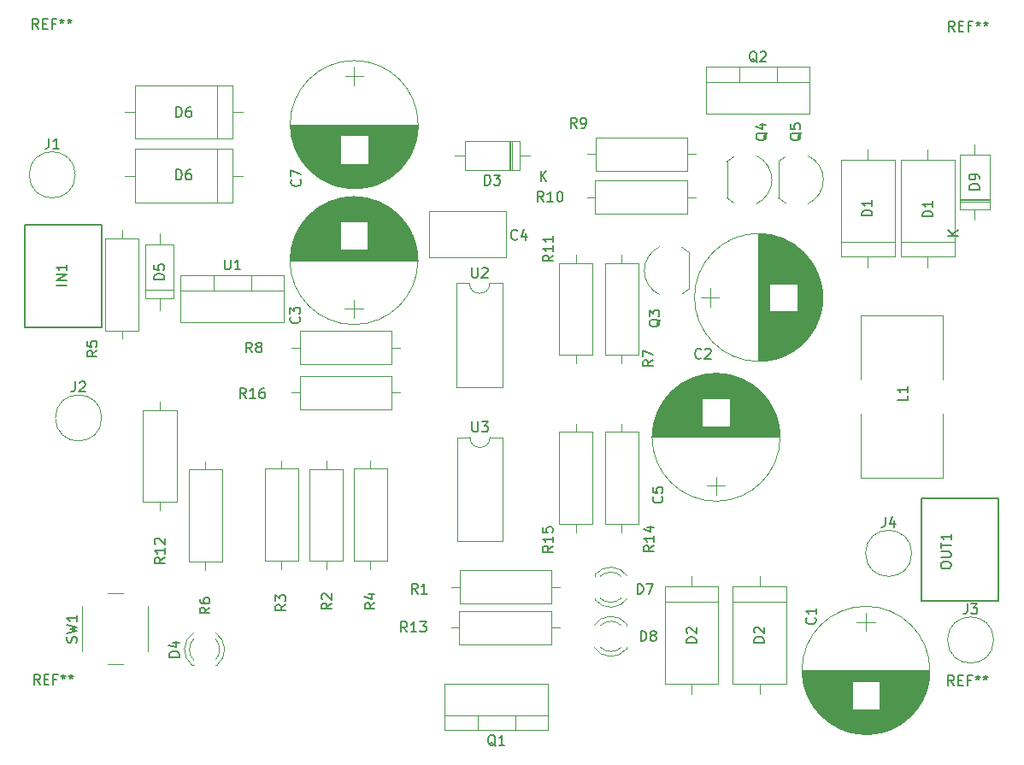
<source format=gbr>
%TF.GenerationSoftware,KiCad,Pcbnew,9.0.6*%
%TF.CreationDate,2025-11-25T19:15:15+09:00*%
%TF.ProjectId,12f683MPPT,31326636-3833-44d5-9050-542e6b696361,rev?*%
%TF.SameCoordinates,Original*%
%TF.FileFunction,Legend,Top*%
%TF.FilePolarity,Positive*%
%FSLAX46Y46*%
G04 Gerber Fmt 4.6, Leading zero omitted, Abs format (unit mm)*
G04 Created by KiCad (PCBNEW 9.0.6) date 2025-11-25 19:15:15*
%MOMM*%
%LPD*%
G01*
G04 APERTURE LIST*
%ADD10C,0.150000*%
%ADD11C,0.120000*%
G04 APERTURE END LIST*
D10*
X115489580Y-84826666D02*
X115537200Y-84874285D01*
X115537200Y-84874285D02*
X115584819Y-85017142D01*
X115584819Y-85017142D02*
X115584819Y-85112380D01*
X115584819Y-85112380D02*
X115537200Y-85255237D01*
X115537200Y-85255237D02*
X115441961Y-85350475D01*
X115441961Y-85350475D02*
X115346723Y-85398094D01*
X115346723Y-85398094D02*
X115156247Y-85445713D01*
X115156247Y-85445713D02*
X115013390Y-85445713D01*
X115013390Y-85445713D02*
X114822914Y-85398094D01*
X114822914Y-85398094D02*
X114727676Y-85350475D01*
X114727676Y-85350475D02*
X114632438Y-85255237D01*
X114632438Y-85255237D02*
X114584819Y-85112380D01*
X114584819Y-85112380D02*
X114584819Y-85017142D01*
X114584819Y-85017142D02*
X114632438Y-84874285D01*
X114632438Y-84874285D02*
X114680057Y-84826666D01*
X115584819Y-83874285D02*
X115584819Y-84445713D01*
X115584819Y-84159999D02*
X114584819Y-84159999D01*
X114584819Y-84159999D02*
X114727676Y-84255237D01*
X114727676Y-84255237D02*
X114822914Y-84350475D01*
X114822914Y-84350475D02*
X114870533Y-84445713D01*
X104233333Y-59069580D02*
X104185714Y-59117200D01*
X104185714Y-59117200D02*
X104042857Y-59164819D01*
X104042857Y-59164819D02*
X103947619Y-59164819D01*
X103947619Y-59164819D02*
X103804762Y-59117200D01*
X103804762Y-59117200D02*
X103709524Y-59021961D01*
X103709524Y-59021961D02*
X103661905Y-58926723D01*
X103661905Y-58926723D02*
X103614286Y-58736247D01*
X103614286Y-58736247D02*
X103614286Y-58593390D01*
X103614286Y-58593390D02*
X103661905Y-58402914D01*
X103661905Y-58402914D02*
X103709524Y-58307676D01*
X103709524Y-58307676D02*
X103804762Y-58212438D01*
X103804762Y-58212438D02*
X103947619Y-58164819D01*
X103947619Y-58164819D02*
X104042857Y-58164819D01*
X104042857Y-58164819D02*
X104185714Y-58212438D01*
X104185714Y-58212438D02*
X104233333Y-58260057D01*
X104614286Y-58260057D02*
X104661905Y-58212438D01*
X104661905Y-58212438D02*
X104757143Y-58164819D01*
X104757143Y-58164819D02*
X104995238Y-58164819D01*
X104995238Y-58164819D02*
X105090476Y-58212438D01*
X105090476Y-58212438D02*
X105138095Y-58260057D01*
X105138095Y-58260057D02*
X105185714Y-58355295D01*
X105185714Y-58355295D02*
X105185714Y-58450533D01*
X105185714Y-58450533D02*
X105138095Y-58593390D01*
X105138095Y-58593390D02*
X104566667Y-59164819D01*
X104566667Y-59164819D02*
X105185714Y-59164819D01*
X64399580Y-55036666D02*
X64447200Y-55084285D01*
X64447200Y-55084285D02*
X64494819Y-55227142D01*
X64494819Y-55227142D02*
X64494819Y-55322380D01*
X64494819Y-55322380D02*
X64447200Y-55465237D01*
X64447200Y-55465237D02*
X64351961Y-55560475D01*
X64351961Y-55560475D02*
X64256723Y-55608094D01*
X64256723Y-55608094D02*
X64066247Y-55655713D01*
X64066247Y-55655713D02*
X63923390Y-55655713D01*
X63923390Y-55655713D02*
X63732914Y-55608094D01*
X63732914Y-55608094D02*
X63637676Y-55560475D01*
X63637676Y-55560475D02*
X63542438Y-55465237D01*
X63542438Y-55465237D02*
X63494819Y-55322380D01*
X63494819Y-55322380D02*
X63494819Y-55227142D01*
X63494819Y-55227142D02*
X63542438Y-55084285D01*
X63542438Y-55084285D02*
X63590057Y-55036666D01*
X63494819Y-54703332D02*
X63494819Y-54084285D01*
X63494819Y-54084285D02*
X63875771Y-54417618D01*
X63875771Y-54417618D02*
X63875771Y-54274761D01*
X63875771Y-54274761D02*
X63923390Y-54179523D01*
X63923390Y-54179523D02*
X63971009Y-54131904D01*
X63971009Y-54131904D02*
X64066247Y-54084285D01*
X64066247Y-54084285D02*
X64304342Y-54084285D01*
X64304342Y-54084285D02*
X64399580Y-54131904D01*
X64399580Y-54131904D02*
X64447200Y-54179523D01*
X64447200Y-54179523D02*
X64494819Y-54274761D01*
X64494819Y-54274761D02*
X64494819Y-54560475D01*
X64494819Y-54560475D02*
X64447200Y-54655713D01*
X64447200Y-54655713D02*
X64399580Y-54703332D01*
X100329580Y-72836666D02*
X100377200Y-72884285D01*
X100377200Y-72884285D02*
X100424819Y-73027142D01*
X100424819Y-73027142D02*
X100424819Y-73122380D01*
X100424819Y-73122380D02*
X100377200Y-73265237D01*
X100377200Y-73265237D02*
X100281961Y-73360475D01*
X100281961Y-73360475D02*
X100186723Y-73408094D01*
X100186723Y-73408094D02*
X99996247Y-73455713D01*
X99996247Y-73455713D02*
X99853390Y-73455713D01*
X99853390Y-73455713D02*
X99662914Y-73408094D01*
X99662914Y-73408094D02*
X99567676Y-73360475D01*
X99567676Y-73360475D02*
X99472438Y-73265237D01*
X99472438Y-73265237D02*
X99424819Y-73122380D01*
X99424819Y-73122380D02*
X99424819Y-73027142D01*
X99424819Y-73027142D02*
X99472438Y-72884285D01*
X99472438Y-72884285D02*
X99520057Y-72836666D01*
X99424819Y-71931904D02*
X99424819Y-72408094D01*
X99424819Y-72408094D02*
X99901009Y-72455713D01*
X99901009Y-72455713D02*
X99853390Y-72408094D01*
X99853390Y-72408094D02*
X99805771Y-72312856D01*
X99805771Y-72312856D02*
X99805771Y-72074761D01*
X99805771Y-72074761D02*
X99853390Y-71979523D01*
X99853390Y-71979523D02*
X99901009Y-71931904D01*
X99901009Y-71931904D02*
X99996247Y-71884285D01*
X99996247Y-71884285D02*
X100234342Y-71884285D01*
X100234342Y-71884285D02*
X100329580Y-71931904D01*
X100329580Y-71931904D02*
X100377200Y-71979523D01*
X100377200Y-71979523D02*
X100424819Y-72074761D01*
X100424819Y-72074761D02*
X100424819Y-72312856D01*
X100424819Y-72312856D02*
X100377200Y-72408094D01*
X100377200Y-72408094D02*
X100329580Y-72455713D01*
X52524819Y-88708094D02*
X51524819Y-88708094D01*
X51524819Y-88708094D02*
X51524819Y-88469999D01*
X51524819Y-88469999D02*
X51572438Y-88327142D01*
X51572438Y-88327142D02*
X51667676Y-88231904D01*
X51667676Y-88231904D02*
X51762914Y-88184285D01*
X51762914Y-88184285D02*
X51953390Y-88136666D01*
X51953390Y-88136666D02*
X52096247Y-88136666D01*
X52096247Y-88136666D02*
X52286723Y-88184285D01*
X52286723Y-88184285D02*
X52381961Y-88231904D01*
X52381961Y-88231904D02*
X52477200Y-88327142D01*
X52477200Y-88327142D02*
X52524819Y-88469999D01*
X52524819Y-88469999D02*
X52524819Y-88708094D01*
X51858152Y-87279523D02*
X52524819Y-87279523D01*
X51477200Y-87517618D02*
X52191485Y-87755713D01*
X52191485Y-87755713D02*
X52191485Y-87136666D01*
X52221905Y-41434819D02*
X52221905Y-40434819D01*
X52221905Y-40434819D02*
X52460000Y-40434819D01*
X52460000Y-40434819D02*
X52602857Y-40482438D01*
X52602857Y-40482438D02*
X52698095Y-40577676D01*
X52698095Y-40577676D02*
X52745714Y-40672914D01*
X52745714Y-40672914D02*
X52793333Y-40863390D01*
X52793333Y-40863390D02*
X52793333Y-41006247D01*
X52793333Y-41006247D02*
X52745714Y-41196723D01*
X52745714Y-41196723D02*
X52698095Y-41291961D01*
X52698095Y-41291961D02*
X52602857Y-41387200D01*
X52602857Y-41387200D02*
X52460000Y-41434819D01*
X52460000Y-41434819D02*
X52221905Y-41434819D01*
X53650476Y-40434819D02*
X53460000Y-40434819D01*
X53460000Y-40434819D02*
X53364762Y-40482438D01*
X53364762Y-40482438D02*
X53317143Y-40530057D01*
X53317143Y-40530057D02*
X53221905Y-40672914D01*
X53221905Y-40672914D02*
X53174286Y-40863390D01*
X53174286Y-40863390D02*
X53174286Y-41244342D01*
X53174286Y-41244342D02*
X53221905Y-41339580D01*
X53221905Y-41339580D02*
X53269524Y-41387200D01*
X53269524Y-41387200D02*
X53364762Y-41434819D01*
X53364762Y-41434819D02*
X53555238Y-41434819D01*
X53555238Y-41434819D02*
X53650476Y-41387200D01*
X53650476Y-41387200D02*
X53698095Y-41339580D01*
X53698095Y-41339580D02*
X53745714Y-41244342D01*
X53745714Y-41244342D02*
X53745714Y-41006247D01*
X53745714Y-41006247D02*
X53698095Y-40911009D01*
X53698095Y-40911009D02*
X53650476Y-40863390D01*
X53650476Y-40863390D02*
X53555238Y-40815771D01*
X53555238Y-40815771D02*
X53364762Y-40815771D01*
X53364762Y-40815771D02*
X53269524Y-40863390D01*
X53269524Y-40863390D02*
X53221905Y-40911009D01*
X53221905Y-40911009D02*
X53174286Y-41006247D01*
X124674819Y-62796666D02*
X124674819Y-63272856D01*
X124674819Y-63272856D02*
X123674819Y-63272856D01*
X124674819Y-61939523D02*
X124674819Y-62510951D01*
X124674819Y-62225237D02*
X123674819Y-62225237D01*
X123674819Y-62225237D02*
X123817676Y-62320475D01*
X123817676Y-62320475D02*
X123912914Y-62415713D01*
X123912914Y-62415713D02*
X123960533Y-62510951D01*
X100170057Y-55265238D02*
X100122438Y-55360476D01*
X100122438Y-55360476D02*
X100027200Y-55455714D01*
X100027200Y-55455714D02*
X99884342Y-55598571D01*
X99884342Y-55598571D02*
X99836723Y-55693809D01*
X99836723Y-55693809D02*
X99836723Y-55789047D01*
X100074819Y-55741428D02*
X100027200Y-55836666D01*
X100027200Y-55836666D02*
X99931961Y-55931904D01*
X99931961Y-55931904D02*
X99741485Y-55979523D01*
X99741485Y-55979523D02*
X99408152Y-55979523D01*
X99408152Y-55979523D02*
X99217676Y-55931904D01*
X99217676Y-55931904D02*
X99122438Y-55836666D01*
X99122438Y-55836666D02*
X99074819Y-55741428D01*
X99074819Y-55741428D02*
X99074819Y-55550952D01*
X99074819Y-55550952D02*
X99122438Y-55455714D01*
X99122438Y-55455714D02*
X99217676Y-55360476D01*
X99217676Y-55360476D02*
X99408152Y-55312857D01*
X99408152Y-55312857D02*
X99741485Y-55312857D01*
X99741485Y-55312857D02*
X99931961Y-55360476D01*
X99931961Y-55360476D02*
X100027200Y-55455714D01*
X100027200Y-55455714D02*
X100074819Y-55550952D01*
X100074819Y-55550952D02*
X100074819Y-55741428D01*
X99074819Y-54979523D02*
X99074819Y-54360476D01*
X99074819Y-54360476D02*
X99455771Y-54693809D01*
X99455771Y-54693809D02*
X99455771Y-54550952D01*
X99455771Y-54550952D02*
X99503390Y-54455714D01*
X99503390Y-54455714D02*
X99551009Y-54408095D01*
X99551009Y-54408095D02*
X99646247Y-54360476D01*
X99646247Y-54360476D02*
X99884342Y-54360476D01*
X99884342Y-54360476D02*
X99979580Y-54408095D01*
X99979580Y-54408095D02*
X100027200Y-54455714D01*
X100027200Y-54455714D02*
X100074819Y-54550952D01*
X100074819Y-54550952D02*
X100074819Y-54836666D01*
X100074819Y-54836666D02*
X100027200Y-54931904D01*
X100027200Y-54931904D02*
X99979580Y-54979523D01*
X110760057Y-36765238D02*
X110712438Y-36860476D01*
X110712438Y-36860476D02*
X110617200Y-36955714D01*
X110617200Y-36955714D02*
X110474342Y-37098571D01*
X110474342Y-37098571D02*
X110426723Y-37193809D01*
X110426723Y-37193809D02*
X110426723Y-37289047D01*
X110664819Y-37241428D02*
X110617200Y-37336666D01*
X110617200Y-37336666D02*
X110521961Y-37431904D01*
X110521961Y-37431904D02*
X110331485Y-37479523D01*
X110331485Y-37479523D02*
X109998152Y-37479523D01*
X109998152Y-37479523D02*
X109807676Y-37431904D01*
X109807676Y-37431904D02*
X109712438Y-37336666D01*
X109712438Y-37336666D02*
X109664819Y-37241428D01*
X109664819Y-37241428D02*
X109664819Y-37050952D01*
X109664819Y-37050952D02*
X109712438Y-36955714D01*
X109712438Y-36955714D02*
X109807676Y-36860476D01*
X109807676Y-36860476D02*
X109998152Y-36812857D01*
X109998152Y-36812857D02*
X110331485Y-36812857D01*
X110331485Y-36812857D02*
X110521961Y-36860476D01*
X110521961Y-36860476D02*
X110617200Y-36955714D01*
X110617200Y-36955714D02*
X110664819Y-37050952D01*
X110664819Y-37050952D02*
X110664819Y-37241428D01*
X109998152Y-35955714D02*
X110664819Y-35955714D01*
X109617200Y-36193809D02*
X110331485Y-36431904D01*
X110331485Y-36431904D02*
X110331485Y-35812857D01*
X114150057Y-36765238D02*
X114102438Y-36860476D01*
X114102438Y-36860476D02*
X114007200Y-36955714D01*
X114007200Y-36955714D02*
X113864342Y-37098571D01*
X113864342Y-37098571D02*
X113816723Y-37193809D01*
X113816723Y-37193809D02*
X113816723Y-37289047D01*
X114054819Y-37241428D02*
X114007200Y-37336666D01*
X114007200Y-37336666D02*
X113911961Y-37431904D01*
X113911961Y-37431904D02*
X113721485Y-37479523D01*
X113721485Y-37479523D02*
X113388152Y-37479523D01*
X113388152Y-37479523D02*
X113197676Y-37431904D01*
X113197676Y-37431904D02*
X113102438Y-37336666D01*
X113102438Y-37336666D02*
X113054819Y-37241428D01*
X113054819Y-37241428D02*
X113054819Y-37050952D01*
X113054819Y-37050952D02*
X113102438Y-36955714D01*
X113102438Y-36955714D02*
X113197676Y-36860476D01*
X113197676Y-36860476D02*
X113388152Y-36812857D01*
X113388152Y-36812857D02*
X113721485Y-36812857D01*
X113721485Y-36812857D02*
X113911961Y-36860476D01*
X113911961Y-36860476D02*
X114007200Y-36955714D01*
X114007200Y-36955714D02*
X114054819Y-37050952D01*
X114054819Y-37050952D02*
X114054819Y-37241428D01*
X113054819Y-35908095D02*
X113054819Y-36384285D01*
X113054819Y-36384285D02*
X113531009Y-36431904D01*
X113531009Y-36431904D02*
X113483390Y-36384285D01*
X113483390Y-36384285D02*
X113435771Y-36289047D01*
X113435771Y-36289047D02*
X113435771Y-36050952D01*
X113435771Y-36050952D02*
X113483390Y-35955714D01*
X113483390Y-35955714D02*
X113531009Y-35908095D01*
X113531009Y-35908095D02*
X113626247Y-35860476D01*
X113626247Y-35860476D02*
X113864342Y-35860476D01*
X113864342Y-35860476D02*
X113959580Y-35908095D01*
X113959580Y-35908095D02*
X114007200Y-35955714D01*
X114007200Y-35955714D02*
X114054819Y-36050952D01*
X114054819Y-36050952D02*
X114054819Y-36289047D01*
X114054819Y-36289047D02*
X114007200Y-36384285D01*
X114007200Y-36384285D02*
X113959580Y-36431904D01*
X76133333Y-82444819D02*
X75800000Y-81968628D01*
X75561905Y-82444819D02*
X75561905Y-81444819D01*
X75561905Y-81444819D02*
X75942857Y-81444819D01*
X75942857Y-81444819D02*
X76038095Y-81492438D01*
X76038095Y-81492438D02*
X76085714Y-81540057D01*
X76085714Y-81540057D02*
X76133333Y-81635295D01*
X76133333Y-81635295D02*
X76133333Y-81778152D01*
X76133333Y-81778152D02*
X76085714Y-81873390D01*
X76085714Y-81873390D02*
X76038095Y-81921009D01*
X76038095Y-81921009D02*
X75942857Y-81968628D01*
X75942857Y-81968628D02*
X75561905Y-81968628D01*
X77085714Y-82444819D02*
X76514286Y-82444819D01*
X76800000Y-82444819D02*
X76800000Y-81444819D01*
X76800000Y-81444819D02*
X76704762Y-81587676D01*
X76704762Y-81587676D02*
X76609524Y-81682914D01*
X76609524Y-81682914D02*
X76514286Y-81730533D01*
X67604819Y-83386666D02*
X67128628Y-83719999D01*
X67604819Y-83958094D02*
X66604819Y-83958094D01*
X66604819Y-83958094D02*
X66604819Y-83577142D01*
X66604819Y-83577142D02*
X66652438Y-83481904D01*
X66652438Y-83481904D02*
X66700057Y-83434285D01*
X66700057Y-83434285D02*
X66795295Y-83386666D01*
X66795295Y-83386666D02*
X66938152Y-83386666D01*
X66938152Y-83386666D02*
X67033390Y-83434285D01*
X67033390Y-83434285D02*
X67081009Y-83481904D01*
X67081009Y-83481904D02*
X67128628Y-83577142D01*
X67128628Y-83577142D02*
X67128628Y-83958094D01*
X66700057Y-83005713D02*
X66652438Y-82958094D01*
X66652438Y-82958094D02*
X66604819Y-82862856D01*
X66604819Y-82862856D02*
X66604819Y-82624761D01*
X66604819Y-82624761D02*
X66652438Y-82529523D01*
X66652438Y-82529523D02*
X66700057Y-82481904D01*
X66700057Y-82481904D02*
X66795295Y-82434285D01*
X66795295Y-82434285D02*
X66890533Y-82434285D01*
X66890533Y-82434285D02*
X67033390Y-82481904D01*
X67033390Y-82481904D02*
X67604819Y-83053332D01*
X67604819Y-83053332D02*
X67604819Y-82434285D01*
X71894819Y-83356666D02*
X71418628Y-83689999D01*
X71894819Y-83928094D02*
X70894819Y-83928094D01*
X70894819Y-83928094D02*
X70894819Y-83547142D01*
X70894819Y-83547142D02*
X70942438Y-83451904D01*
X70942438Y-83451904D02*
X70990057Y-83404285D01*
X70990057Y-83404285D02*
X71085295Y-83356666D01*
X71085295Y-83356666D02*
X71228152Y-83356666D01*
X71228152Y-83356666D02*
X71323390Y-83404285D01*
X71323390Y-83404285D02*
X71371009Y-83451904D01*
X71371009Y-83451904D02*
X71418628Y-83547142D01*
X71418628Y-83547142D02*
X71418628Y-83928094D01*
X71228152Y-82499523D02*
X71894819Y-82499523D01*
X70847200Y-82737618D02*
X71561485Y-82975713D01*
X71561485Y-82975713D02*
X71561485Y-82356666D01*
X44374819Y-58356666D02*
X43898628Y-58689999D01*
X44374819Y-58928094D02*
X43374819Y-58928094D01*
X43374819Y-58928094D02*
X43374819Y-58547142D01*
X43374819Y-58547142D02*
X43422438Y-58451904D01*
X43422438Y-58451904D02*
X43470057Y-58404285D01*
X43470057Y-58404285D02*
X43565295Y-58356666D01*
X43565295Y-58356666D02*
X43708152Y-58356666D01*
X43708152Y-58356666D02*
X43803390Y-58404285D01*
X43803390Y-58404285D02*
X43851009Y-58451904D01*
X43851009Y-58451904D02*
X43898628Y-58547142D01*
X43898628Y-58547142D02*
X43898628Y-58928094D01*
X43374819Y-57451904D02*
X43374819Y-57928094D01*
X43374819Y-57928094D02*
X43851009Y-57975713D01*
X43851009Y-57975713D02*
X43803390Y-57928094D01*
X43803390Y-57928094D02*
X43755771Y-57832856D01*
X43755771Y-57832856D02*
X43755771Y-57594761D01*
X43755771Y-57594761D02*
X43803390Y-57499523D01*
X43803390Y-57499523D02*
X43851009Y-57451904D01*
X43851009Y-57451904D02*
X43946247Y-57404285D01*
X43946247Y-57404285D02*
X44184342Y-57404285D01*
X44184342Y-57404285D02*
X44279580Y-57451904D01*
X44279580Y-57451904D02*
X44327200Y-57499523D01*
X44327200Y-57499523D02*
X44374819Y-57594761D01*
X44374819Y-57594761D02*
X44374819Y-57832856D01*
X44374819Y-57832856D02*
X44327200Y-57928094D01*
X44327200Y-57928094D02*
X44279580Y-57975713D01*
X55554819Y-83806666D02*
X55078628Y-84139999D01*
X55554819Y-84378094D02*
X54554819Y-84378094D01*
X54554819Y-84378094D02*
X54554819Y-83997142D01*
X54554819Y-83997142D02*
X54602438Y-83901904D01*
X54602438Y-83901904D02*
X54650057Y-83854285D01*
X54650057Y-83854285D02*
X54745295Y-83806666D01*
X54745295Y-83806666D02*
X54888152Y-83806666D01*
X54888152Y-83806666D02*
X54983390Y-83854285D01*
X54983390Y-83854285D02*
X55031009Y-83901904D01*
X55031009Y-83901904D02*
X55078628Y-83997142D01*
X55078628Y-83997142D02*
X55078628Y-84378094D01*
X54554819Y-82949523D02*
X54554819Y-83139999D01*
X54554819Y-83139999D02*
X54602438Y-83235237D01*
X54602438Y-83235237D02*
X54650057Y-83282856D01*
X54650057Y-83282856D02*
X54792914Y-83378094D01*
X54792914Y-83378094D02*
X54983390Y-83425713D01*
X54983390Y-83425713D02*
X55364342Y-83425713D01*
X55364342Y-83425713D02*
X55459580Y-83378094D01*
X55459580Y-83378094D02*
X55507200Y-83330475D01*
X55507200Y-83330475D02*
X55554819Y-83235237D01*
X55554819Y-83235237D02*
X55554819Y-83044761D01*
X55554819Y-83044761D02*
X55507200Y-82949523D01*
X55507200Y-82949523D02*
X55459580Y-82901904D01*
X55459580Y-82901904D02*
X55364342Y-82854285D01*
X55364342Y-82854285D02*
X55126247Y-82854285D01*
X55126247Y-82854285D02*
X55031009Y-82901904D01*
X55031009Y-82901904D02*
X54983390Y-82949523D01*
X54983390Y-82949523D02*
X54935771Y-83044761D01*
X54935771Y-83044761D02*
X54935771Y-83235237D01*
X54935771Y-83235237D02*
X54983390Y-83330475D01*
X54983390Y-83330475D02*
X55031009Y-83378094D01*
X55031009Y-83378094D02*
X55126247Y-83425713D01*
X59743333Y-58544819D02*
X59410000Y-58068628D01*
X59171905Y-58544819D02*
X59171905Y-57544819D01*
X59171905Y-57544819D02*
X59552857Y-57544819D01*
X59552857Y-57544819D02*
X59648095Y-57592438D01*
X59648095Y-57592438D02*
X59695714Y-57640057D01*
X59695714Y-57640057D02*
X59743333Y-57735295D01*
X59743333Y-57735295D02*
X59743333Y-57878152D01*
X59743333Y-57878152D02*
X59695714Y-57973390D01*
X59695714Y-57973390D02*
X59648095Y-58021009D01*
X59648095Y-58021009D02*
X59552857Y-58068628D01*
X59552857Y-58068628D02*
X59171905Y-58068628D01*
X60314762Y-57973390D02*
X60219524Y-57925771D01*
X60219524Y-57925771D02*
X60171905Y-57878152D01*
X60171905Y-57878152D02*
X60124286Y-57782914D01*
X60124286Y-57782914D02*
X60124286Y-57735295D01*
X60124286Y-57735295D02*
X60171905Y-57640057D01*
X60171905Y-57640057D02*
X60219524Y-57592438D01*
X60219524Y-57592438D02*
X60314762Y-57544819D01*
X60314762Y-57544819D02*
X60505238Y-57544819D01*
X60505238Y-57544819D02*
X60600476Y-57592438D01*
X60600476Y-57592438D02*
X60648095Y-57640057D01*
X60648095Y-57640057D02*
X60695714Y-57735295D01*
X60695714Y-57735295D02*
X60695714Y-57782914D01*
X60695714Y-57782914D02*
X60648095Y-57878152D01*
X60648095Y-57878152D02*
X60600476Y-57925771D01*
X60600476Y-57925771D02*
X60505238Y-57973390D01*
X60505238Y-57973390D02*
X60314762Y-57973390D01*
X60314762Y-57973390D02*
X60219524Y-58021009D01*
X60219524Y-58021009D02*
X60171905Y-58068628D01*
X60171905Y-58068628D02*
X60124286Y-58163866D01*
X60124286Y-58163866D02*
X60124286Y-58354342D01*
X60124286Y-58354342D02*
X60171905Y-58449580D01*
X60171905Y-58449580D02*
X60219524Y-58497200D01*
X60219524Y-58497200D02*
X60314762Y-58544819D01*
X60314762Y-58544819D02*
X60505238Y-58544819D01*
X60505238Y-58544819D02*
X60600476Y-58497200D01*
X60600476Y-58497200D02*
X60648095Y-58449580D01*
X60648095Y-58449580D02*
X60695714Y-58354342D01*
X60695714Y-58354342D02*
X60695714Y-58163866D01*
X60695714Y-58163866D02*
X60648095Y-58068628D01*
X60648095Y-58068628D02*
X60600476Y-58021009D01*
X60600476Y-58021009D02*
X60505238Y-57973390D01*
X91893333Y-36304819D02*
X91560000Y-35828628D01*
X91321905Y-36304819D02*
X91321905Y-35304819D01*
X91321905Y-35304819D02*
X91702857Y-35304819D01*
X91702857Y-35304819D02*
X91798095Y-35352438D01*
X91798095Y-35352438D02*
X91845714Y-35400057D01*
X91845714Y-35400057D02*
X91893333Y-35495295D01*
X91893333Y-35495295D02*
X91893333Y-35638152D01*
X91893333Y-35638152D02*
X91845714Y-35733390D01*
X91845714Y-35733390D02*
X91798095Y-35781009D01*
X91798095Y-35781009D02*
X91702857Y-35828628D01*
X91702857Y-35828628D02*
X91321905Y-35828628D01*
X92369524Y-36304819D02*
X92560000Y-36304819D01*
X92560000Y-36304819D02*
X92655238Y-36257200D01*
X92655238Y-36257200D02*
X92702857Y-36209580D01*
X92702857Y-36209580D02*
X92798095Y-36066723D01*
X92798095Y-36066723D02*
X92845714Y-35876247D01*
X92845714Y-35876247D02*
X92845714Y-35495295D01*
X92845714Y-35495295D02*
X92798095Y-35400057D01*
X92798095Y-35400057D02*
X92750476Y-35352438D01*
X92750476Y-35352438D02*
X92655238Y-35304819D01*
X92655238Y-35304819D02*
X92464762Y-35304819D01*
X92464762Y-35304819D02*
X92369524Y-35352438D01*
X92369524Y-35352438D02*
X92321905Y-35400057D01*
X92321905Y-35400057D02*
X92274286Y-35495295D01*
X92274286Y-35495295D02*
X92274286Y-35733390D01*
X92274286Y-35733390D02*
X92321905Y-35828628D01*
X92321905Y-35828628D02*
X92369524Y-35876247D01*
X92369524Y-35876247D02*
X92464762Y-35923866D01*
X92464762Y-35923866D02*
X92655238Y-35923866D01*
X92655238Y-35923866D02*
X92750476Y-35876247D01*
X92750476Y-35876247D02*
X92798095Y-35828628D01*
X92798095Y-35828628D02*
X92845714Y-35733390D01*
X88597142Y-43594819D02*
X88263809Y-43118628D01*
X88025714Y-43594819D02*
X88025714Y-42594819D01*
X88025714Y-42594819D02*
X88406666Y-42594819D01*
X88406666Y-42594819D02*
X88501904Y-42642438D01*
X88501904Y-42642438D02*
X88549523Y-42690057D01*
X88549523Y-42690057D02*
X88597142Y-42785295D01*
X88597142Y-42785295D02*
X88597142Y-42928152D01*
X88597142Y-42928152D02*
X88549523Y-43023390D01*
X88549523Y-43023390D02*
X88501904Y-43071009D01*
X88501904Y-43071009D02*
X88406666Y-43118628D01*
X88406666Y-43118628D02*
X88025714Y-43118628D01*
X89549523Y-43594819D02*
X88978095Y-43594819D01*
X89263809Y-43594819D02*
X89263809Y-42594819D01*
X89263809Y-42594819D02*
X89168571Y-42737676D01*
X89168571Y-42737676D02*
X89073333Y-42832914D01*
X89073333Y-42832914D02*
X88978095Y-42880533D01*
X90168571Y-42594819D02*
X90263809Y-42594819D01*
X90263809Y-42594819D02*
X90359047Y-42642438D01*
X90359047Y-42642438D02*
X90406666Y-42690057D01*
X90406666Y-42690057D02*
X90454285Y-42785295D01*
X90454285Y-42785295D02*
X90501904Y-42975771D01*
X90501904Y-42975771D02*
X90501904Y-43213866D01*
X90501904Y-43213866D02*
X90454285Y-43404342D01*
X90454285Y-43404342D02*
X90406666Y-43499580D01*
X90406666Y-43499580D02*
X90359047Y-43547200D01*
X90359047Y-43547200D02*
X90263809Y-43594819D01*
X90263809Y-43594819D02*
X90168571Y-43594819D01*
X90168571Y-43594819D02*
X90073333Y-43547200D01*
X90073333Y-43547200D02*
X90025714Y-43499580D01*
X90025714Y-43499580D02*
X89978095Y-43404342D01*
X89978095Y-43404342D02*
X89930476Y-43213866D01*
X89930476Y-43213866D02*
X89930476Y-42975771D01*
X89930476Y-42975771D02*
X89978095Y-42785295D01*
X89978095Y-42785295D02*
X90025714Y-42690057D01*
X90025714Y-42690057D02*
X90073333Y-42642438D01*
X90073333Y-42642438D02*
X90168571Y-42594819D01*
X59127142Y-63074819D02*
X58793809Y-62598628D01*
X58555714Y-63074819D02*
X58555714Y-62074819D01*
X58555714Y-62074819D02*
X58936666Y-62074819D01*
X58936666Y-62074819D02*
X59031904Y-62122438D01*
X59031904Y-62122438D02*
X59079523Y-62170057D01*
X59079523Y-62170057D02*
X59127142Y-62265295D01*
X59127142Y-62265295D02*
X59127142Y-62408152D01*
X59127142Y-62408152D02*
X59079523Y-62503390D01*
X59079523Y-62503390D02*
X59031904Y-62551009D01*
X59031904Y-62551009D02*
X58936666Y-62598628D01*
X58936666Y-62598628D02*
X58555714Y-62598628D01*
X60079523Y-63074819D02*
X59508095Y-63074819D01*
X59793809Y-63074819D02*
X59793809Y-62074819D01*
X59793809Y-62074819D02*
X59698571Y-62217676D01*
X59698571Y-62217676D02*
X59603333Y-62312914D01*
X59603333Y-62312914D02*
X59508095Y-62360533D01*
X60936666Y-62074819D02*
X60746190Y-62074819D01*
X60746190Y-62074819D02*
X60650952Y-62122438D01*
X60650952Y-62122438D02*
X60603333Y-62170057D01*
X60603333Y-62170057D02*
X60508095Y-62312914D01*
X60508095Y-62312914D02*
X60460476Y-62503390D01*
X60460476Y-62503390D02*
X60460476Y-62884342D01*
X60460476Y-62884342D02*
X60508095Y-62979580D01*
X60508095Y-62979580D02*
X60555714Y-63027200D01*
X60555714Y-63027200D02*
X60650952Y-63074819D01*
X60650952Y-63074819D02*
X60841428Y-63074819D01*
X60841428Y-63074819D02*
X60936666Y-63027200D01*
X60936666Y-63027200D02*
X60984285Y-62979580D01*
X60984285Y-62979580D02*
X61031904Y-62884342D01*
X61031904Y-62884342D02*
X61031904Y-62646247D01*
X61031904Y-62646247D02*
X60984285Y-62551009D01*
X60984285Y-62551009D02*
X60936666Y-62503390D01*
X60936666Y-62503390D02*
X60841428Y-62455771D01*
X60841428Y-62455771D02*
X60650952Y-62455771D01*
X60650952Y-62455771D02*
X60555714Y-62503390D01*
X60555714Y-62503390D02*
X60508095Y-62551009D01*
X60508095Y-62551009D02*
X60460476Y-62646247D01*
X81508095Y-50144819D02*
X81508095Y-50954342D01*
X81508095Y-50954342D02*
X81555714Y-51049580D01*
X81555714Y-51049580D02*
X81603333Y-51097200D01*
X81603333Y-51097200D02*
X81698571Y-51144819D01*
X81698571Y-51144819D02*
X81889047Y-51144819D01*
X81889047Y-51144819D02*
X81984285Y-51097200D01*
X81984285Y-51097200D02*
X82031904Y-51049580D01*
X82031904Y-51049580D02*
X82079523Y-50954342D01*
X82079523Y-50954342D02*
X82079523Y-50144819D01*
X82508095Y-50240057D02*
X82555714Y-50192438D01*
X82555714Y-50192438D02*
X82650952Y-50144819D01*
X82650952Y-50144819D02*
X82889047Y-50144819D01*
X82889047Y-50144819D02*
X82984285Y-50192438D01*
X82984285Y-50192438D02*
X83031904Y-50240057D01*
X83031904Y-50240057D02*
X83079523Y-50335295D01*
X83079523Y-50335295D02*
X83079523Y-50430533D01*
X83079523Y-50430533D02*
X83031904Y-50573390D01*
X83031904Y-50573390D02*
X82460476Y-51144819D01*
X82460476Y-51144819D02*
X83079523Y-51144819D01*
X51084819Y-78862857D02*
X50608628Y-79196190D01*
X51084819Y-79434285D02*
X50084819Y-79434285D01*
X50084819Y-79434285D02*
X50084819Y-79053333D01*
X50084819Y-79053333D02*
X50132438Y-78958095D01*
X50132438Y-78958095D02*
X50180057Y-78910476D01*
X50180057Y-78910476D02*
X50275295Y-78862857D01*
X50275295Y-78862857D02*
X50418152Y-78862857D01*
X50418152Y-78862857D02*
X50513390Y-78910476D01*
X50513390Y-78910476D02*
X50561009Y-78958095D01*
X50561009Y-78958095D02*
X50608628Y-79053333D01*
X50608628Y-79053333D02*
X50608628Y-79434285D01*
X51084819Y-77910476D02*
X51084819Y-78481904D01*
X51084819Y-78196190D02*
X50084819Y-78196190D01*
X50084819Y-78196190D02*
X50227676Y-78291428D01*
X50227676Y-78291428D02*
X50322914Y-78386666D01*
X50322914Y-78386666D02*
X50370533Y-78481904D01*
X50180057Y-77529523D02*
X50132438Y-77481904D01*
X50132438Y-77481904D02*
X50084819Y-77386666D01*
X50084819Y-77386666D02*
X50084819Y-77148571D01*
X50084819Y-77148571D02*
X50132438Y-77053333D01*
X50132438Y-77053333D02*
X50180057Y-77005714D01*
X50180057Y-77005714D02*
X50275295Y-76958095D01*
X50275295Y-76958095D02*
X50370533Y-76958095D01*
X50370533Y-76958095D02*
X50513390Y-77005714D01*
X50513390Y-77005714D02*
X51084819Y-77577142D01*
X51084819Y-77577142D02*
X51084819Y-76958095D01*
X51034819Y-51318094D02*
X50034819Y-51318094D01*
X50034819Y-51318094D02*
X50034819Y-51079999D01*
X50034819Y-51079999D02*
X50082438Y-50937142D01*
X50082438Y-50937142D02*
X50177676Y-50841904D01*
X50177676Y-50841904D02*
X50272914Y-50794285D01*
X50272914Y-50794285D02*
X50463390Y-50746666D01*
X50463390Y-50746666D02*
X50606247Y-50746666D01*
X50606247Y-50746666D02*
X50796723Y-50794285D01*
X50796723Y-50794285D02*
X50891961Y-50841904D01*
X50891961Y-50841904D02*
X50987200Y-50937142D01*
X50987200Y-50937142D02*
X51034819Y-51079999D01*
X51034819Y-51079999D02*
X51034819Y-51318094D01*
X50034819Y-49841904D02*
X50034819Y-50318094D01*
X50034819Y-50318094D02*
X50511009Y-50365713D01*
X50511009Y-50365713D02*
X50463390Y-50318094D01*
X50463390Y-50318094D02*
X50415771Y-50222856D01*
X50415771Y-50222856D02*
X50415771Y-49984761D01*
X50415771Y-49984761D02*
X50463390Y-49889523D01*
X50463390Y-49889523D02*
X50511009Y-49841904D01*
X50511009Y-49841904D02*
X50606247Y-49794285D01*
X50606247Y-49794285D02*
X50844342Y-49794285D01*
X50844342Y-49794285D02*
X50939580Y-49841904D01*
X50939580Y-49841904D02*
X50987200Y-49889523D01*
X50987200Y-49889523D02*
X51034819Y-49984761D01*
X51034819Y-49984761D02*
X51034819Y-50222856D01*
X51034819Y-50222856D02*
X50987200Y-50318094D01*
X50987200Y-50318094D02*
X50939580Y-50365713D01*
X57018095Y-49334819D02*
X57018095Y-50144342D01*
X57018095Y-50144342D02*
X57065714Y-50239580D01*
X57065714Y-50239580D02*
X57113333Y-50287200D01*
X57113333Y-50287200D02*
X57208571Y-50334819D01*
X57208571Y-50334819D02*
X57399047Y-50334819D01*
X57399047Y-50334819D02*
X57494285Y-50287200D01*
X57494285Y-50287200D02*
X57541904Y-50239580D01*
X57541904Y-50239580D02*
X57589523Y-50144342D01*
X57589523Y-50144342D02*
X57589523Y-49334819D01*
X58589523Y-50334819D02*
X58018095Y-50334819D01*
X58303809Y-50334819D02*
X58303809Y-49334819D01*
X58303809Y-49334819D02*
X58208571Y-49477676D01*
X58208571Y-49477676D02*
X58113333Y-49572914D01*
X58113333Y-49572914D02*
X58018095Y-49620533D01*
X81548095Y-65404819D02*
X81548095Y-66214342D01*
X81548095Y-66214342D02*
X81595714Y-66309580D01*
X81595714Y-66309580D02*
X81643333Y-66357200D01*
X81643333Y-66357200D02*
X81738571Y-66404819D01*
X81738571Y-66404819D02*
X81929047Y-66404819D01*
X81929047Y-66404819D02*
X82024285Y-66357200D01*
X82024285Y-66357200D02*
X82071904Y-66309580D01*
X82071904Y-66309580D02*
X82119523Y-66214342D01*
X82119523Y-66214342D02*
X82119523Y-65404819D01*
X82500476Y-65404819D02*
X83119523Y-65404819D01*
X83119523Y-65404819D02*
X82786190Y-65785771D01*
X82786190Y-65785771D02*
X82929047Y-65785771D01*
X82929047Y-65785771D02*
X83024285Y-65833390D01*
X83024285Y-65833390D02*
X83071904Y-65881009D01*
X83071904Y-65881009D02*
X83119523Y-65976247D01*
X83119523Y-65976247D02*
X83119523Y-66214342D01*
X83119523Y-66214342D02*
X83071904Y-66309580D01*
X83071904Y-66309580D02*
X83024285Y-66357200D01*
X83024285Y-66357200D02*
X82929047Y-66404819D01*
X82929047Y-66404819D02*
X82643333Y-66404819D01*
X82643333Y-66404819D02*
X82548095Y-66357200D01*
X82548095Y-66357200D02*
X82500476Y-66309580D01*
X97911905Y-82464819D02*
X97911905Y-81464819D01*
X97911905Y-81464819D02*
X98150000Y-81464819D01*
X98150000Y-81464819D02*
X98292857Y-81512438D01*
X98292857Y-81512438D02*
X98388095Y-81607676D01*
X98388095Y-81607676D02*
X98435714Y-81702914D01*
X98435714Y-81702914D02*
X98483333Y-81893390D01*
X98483333Y-81893390D02*
X98483333Y-82036247D01*
X98483333Y-82036247D02*
X98435714Y-82226723D01*
X98435714Y-82226723D02*
X98388095Y-82321961D01*
X98388095Y-82321961D02*
X98292857Y-82417200D01*
X98292857Y-82417200D02*
X98150000Y-82464819D01*
X98150000Y-82464819D02*
X97911905Y-82464819D01*
X98816667Y-81464819D02*
X99483333Y-81464819D01*
X99483333Y-81464819D02*
X99054762Y-82464819D01*
X127154819Y-45088094D02*
X126154819Y-45088094D01*
X126154819Y-45088094D02*
X126154819Y-44849999D01*
X126154819Y-44849999D02*
X126202438Y-44707142D01*
X126202438Y-44707142D02*
X126297676Y-44611904D01*
X126297676Y-44611904D02*
X126392914Y-44564285D01*
X126392914Y-44564285D02*
X126583390Y-44516666D01*
X126583390Y-44516666D02*
X126726247Y-44516666D01*
X126726247Y-44516666D02*
X126916723Y-44564285D01*
X126916723Y-44564285D02*
X127011961Y-44611904D01*
X127011961Y-44611904D02*
X127107200Y-44707142D01*
X127107200Y-44707142D02*
X127154819Y-44849999D01*
X127154819Y-44849999D02*
X127154819Y-45088094D01*
X127154819Y-43564285D02*
X127154819Y-44135713D01*
X127154819Y-43849999D02*
X126154819Y-43849999D01*
X126154819Y-43849999D02*
X126297676Y-43945237D01*
X126297676Y-43945237D02*
X126392914Y-44040475D01*
X126392914Y-44040475D02*
X126440533Y-44135713D01*
X98231905Y-87134819D02*
X98231905Y-86134819D01*
X98231905Y-86134819D02*
X98470000Y-86134819D01*
X98470000Y-86134819D02*
X98612857Y-86182438D01*
X98612857Y-86182438D02*
X98708095Y-86277676D01*
X98708095Y-86277676D02*
X98755714Y-86372914D01*
X98755714Y-86372914D02*
X98803333Y-86563390D01*
X98803333Y-86563390D02*
X98803333Y-86706247D01*
X98803333Y-86706247D02*
X98755714Y-86896723D01*
X98755714Y-86896723D02*
X98708095Y-86991961D01*
X98708095Y-86991961D02*
X98612857Y-87087200D01*
X98612857Y-87087200D02*
X98470000Y-87134819D01*
X98470000Y-87134819D02*
X98231905Y-87134819D01*
X99374762Y-86563390D02*
X99279524Y-86515771D01*
X99279524Y-86515771D02*
X99231905Y-86468152D01*
X99231905Y-86468152D02*
X99184286Y-86372914D01*
X99184286Y-86372914D02*
X99184286Y-86325295D01*
X99184286Y-86325295D02*
X99231905Y-86230057D01*
X99231905Y-86230057D02*
X99279524Y-86182438D01*
X99279524Y-86182438D02*
X99374762Y-86134819D01*
X99374762Y-86134819D02*
X99565238Y-86134819D01*
X99565238Y-86134819D02*
X99660476Y-86182438D01*
X99660476Y-86182438D02*
X99708095Y-86230057D01*
X99708095Y-86230057D02*
X99755714Y-86325295D01*
X99755714Y-86325295D02*
X99755714Y-86372914D01*
X99755714Y-86372914D02*
X99708095Y-86468152D01*
X99708095Y-86468152D02*
X99660476Y-86515771D01*
X99660476Y-86515771D02*
X99565238Y-86563390D01*
X99565238Y-86563390D02*
X99374762Y-86563390D01*
X99374762Y-86563390D02*
X99279524Y-86611009D01*
X99279524Y-86611009D02*
X99231905Y-86658628D01*
X99231905Y-86658628D02*
X99184286Y-86753866D01*
X99184286Y-86753866D02*
X99184286Y-86944342D01*
X99184286Y-86944342D02*
X99231905Y-87039580D01*
X99231905Y-87039580D02*
X99279524Y-87087200D01*
X99279524Y-87087200D02*
X99374762Y-87134819D01*
X99374762Y-87134819D02*
X99565238Y-87134819D01*
X99565238Y-87134819D02*
X99660476Y-87087200D01*
X99660476Y-87087200D02*
X99708095Y-87039580D01*
X99708095Y-87039580D02*
X99755714Y-86944342D01*
X99755714Y-86944342D02*
X99755714Y-86753866D01*
X99755714Y-86753866D02*
X99708095Y-86658628D01*
X99708095Y-86658628D02*
X99660476Y-86611009D01*
X99660476Y-86611009D02*
X99565238Y-86563390D01*
X75077142Y-86224819D02*
X74743809Y-85748628D01*
X74505714Y-86224819D02*
X74505714Y-85224819D01*
X74505714Y-85224819D02*
X74886666Y-85224819D01*
X74886666Y-85224819D02*
X74981904Y-85272438D01*
X74981904Y-85272438D02*
X75029523Y-85320057D01*
X75029523Y-85320057D02*
X75077142Y-85415295D01*
X75077142Y-85415295D02*
X75077142Y-85558152D01*
X75077142Y-85558152D02*
X75029523Y-85653390D01*
X75029523Y-85653390D02*
X74981904Y-85701009D01*
X74981904Y-85701009D02*
X74886666Y-85748628D01*
X74886666Y-85748628D02*
X74505714Y-85748628D01*
X76029523Y-86224819D02*
X75458095Y-86224819D01*
X75743809Y-86224819D02*
X75743809Y-85224819D01*
X75743809Y-85224819D02*
X75648571Y-85367676D01*
X75648571Y-85367676D02*
X75553333Y-85462914D01*
X75553333Y-85462914D02*
X75458095Y-85510533D01*
X76362857Y-85224819D02*
X76981904Y-85224819D01*
X76981904Y-85224819D02*
X76648571Y-85605771D01*
X76648571Y-85605771D02*
X76791428Y-85605771D01*
X76791428Y-85605771D02*
X76886666Y-85653390D01*
X76886666Y-85653390D02*
X76934285Y-85701009D01*
X76934285Y-85701009D02*
X76981904Y-85796247D01*
X76981904Y-85796247D02*
X76981904Y-86034342D01*
X76981904Y-86034342D02*
X76934285Y-86129580D01*
X76934285Y-86129580D02*
X76886666Y-86177200D01*
X76886666Y-86177200D02*
X76791428Y-86224819D01*
X76791428Y-86224819D02*
X76505714Y-86224819D01*
X76505714Y-86224819D02*
X76410476Y-86177200D01*
X76410476Y-86177200D02*
X76362857Y-86129580D01*
X110454819Y-87268094D02*
X109454819Y-87268094D01*
X109454819Y-87268094D02*
X109454819Y-87029999D01*
X109454819Y-87029999D02*
X109502438Y-86887142D01*
X109502438Y-86887142D02*
X109597676Y-86791904D01*
X109597676Y-86791904D02*
X109692914Y-86744285D01*
X109692914Y-86744285D02*
X109883390Y-86696666D01*
X109883390Y-86696666D02*
X110026247Y-86696666D01*
X110026247Y-86696666D02*
X110216723Y-86744285D01*
X110216723Y-86744285D02*
X110311961Y-86791904D01*
X110311961Y-86791904D02*
X110407200Y-86887142D01*
X110407200Y-86887142D02*
X110454819Y-87029999D01*
X110454819Y-87029999D02*
X110454819Y-87268094D01*
X109550057Y-86315713D02*
X109502438Y-86268094D01*
X109502438Y-86268094D02*
X109454819Y-86172856D01*
X109454819Y-86172856D02*
X109454819Y-85934761D01*
X109454819Y-85934761D02*
X109502438Y-85839523D01*
X109502438Y-85839523D02*
X109550057Y-85791904D01*
X109550057Y-85791904D02*
X109645295Y-85744285D01*
X109645295Y-85744285D02*
X109740533Y-85744285D01*
X109740533Y-85744285D02*
X109883390Y-85791904D01*
X109883390Y-85791904D02*
X110454819Y-86363332D01*
X110454819Y-86363332D02*
X110454819Y-85744285D01*
X103754819Y-87308094D02*
X102754819Y-87308094D01*
X102754819Y-87308094D02*
X102754819Y-87069999D01*
X102754819Y-87069999D02*
X102802438Y-86927142D01*
X102802438Y-86927142D02*
X102897676Y-86831904D01*
X102897676Y-86831904D02*
X102992914Y-86784285D01*
X102992914Y-86784285D02*
X103183390Y-86736666D01*
X103183390Y-86736666D02*
X103326247Y-86736666D01*
X103326247Y-86736666D02*
X103516723Y-86784285D01*
X103516723Y-86784285D02*
X103611961Y-86831904D01*
X103611961Y-86831904D02*
X103707200Y-86927142D01*
X103707200Y-86927142D02*
X103754819Y-87069999D01*
X103754819Y-87069999D02*
X103754819Y-87308094D01*
X102850057Y-86355713D02*
X102802438Y-86308094D01*
X102802438Y-86308094D02*
X102754819Y-86212856D01*
X102754819Y-86212856D02*
X102754819Y-85974761D01*
X102754819Y-85974761D02*
X102802438Y-85879523D01*
X102802438Y-85879523D02*
X102850057Y-85831904D01*
X102850057Y-85831904D02*
X102945295Y-85784285D01*
X102945295Y-85784285D02*
X103040533Y-85784285D01*
X103040533Y-85784285D02*
X103183390Y-85831904D01*
X103183390Y-85831904D02*
X103754819Y-86403332D01*
X103754819Y-86403332D02*
X103754819Y-85784285D01*
X89524819Y-77722857D02*
X89048628Y-78056190D01*
X89524819Y-78294285D02*
X88524819Y-78294285D01*
X88524819Y-78294285D02*
X88524819Y-77913333D01*
X88524819Y-77913333D02*
X88572438Y-77818095D01*
X88572438Y-77818095D02*
X88620057Y-77770476D01*
X88620057Y-77770476D02*
X88715295Y-77722857D01*
X88715295Y-77722857D02*
X88858152Y-77722857D01*
X88858152Y-77722857D02*
X88953390Y-77770476D01*
X88953390Y-77770476D02*
X89001009Y-77818095D01*
X89001009Y-77818095D02*
X89048628Y-77913333D01*
X89048628Y-77913333D02*
X89048628Y-78294285D01*
X89524819Y-76770476D02*
X89524819Y-77341904D01*
X89524819Y-77056190D02*
X88524819Y-77056190D01*
X88524819Y-77056190D02*
X88667676Y-77151428D01*
X88667676Y-77151428D02*
X88762914Y-77246666D01*
X88762914Y-77246666D02*
X88810533Y-77341904D01*
X88524819Y-75865714D02*
X88524819Y-76341904D01*
X88524819Y-76341904D02*
X89001009Y-76389523D01*
X89001009Y-76389523D02*
X88953390Y-76341904D01*
X88953390Y-76341904D02*
X88905771Y-76246666D01*
X88905771Y-76246666D02*
X88905771Y-76008571D01*
X88905771Y-76008571D02*
X88953390Y-75913333D01*
X88953390Y-75913333D02*
X89001009Y-75865714D01*
X89001009Y-75865714D02*
X89096247Y-75818095D01*
X89096247Y-75818095D02*
X89334342Y-75818095D01*
X89334342Y-75818095D02*
X89429580Y-75865714D01*
X89429580Y-75865714D02*
X89477200Y-75913333D01*
X89477200Y-75913333D02*
X89524819Y-76008571D01*
X89524819Y-76008571D02*
X89524819Y-76246666D01*
X89524819Y-76246666D02*
X89477200Y-76341904D01*
X89477200Y-76341904D02*
X89429580Y-76389523D01*
X121154819Y-44998094D02*
X120154819Y-44998094D01*
X120154819Y-44998094D02*
X120154819Y-44759999D01*
X120154819Y-44759999D02*
X120202438Y-44617142D01*
X120202438Y-44617142D02*
X120297676Y-44521904D01*
X120297676Y-44521904D02*
X120392914Y-44474285D01*
X120392914Y-44474285D02*
X120583390Y-44426666D01*
X120583390Y-44426666D02*
X120726247Y-44426666D01*
X120726247Y-44426666D02*
X120916723Y-44474285D01*
X120916723Y-44474285D02*
X121011961Y-44521904D01*
X121011961Y-44521904D02*
X121107200Y-44617142D01*
X121107200Y-44617142D02*
X121154819Y-44759999D01*
X121154819Y-44759999D02*
X121154819Y-44998094D01*
X121154819Y-43474285D02*
X121154819Y-44045713D01*
X121154819Y-43759999D02*
X120154819Y-43759999D01*
X120154819Y-43759999D02*
X120297676Y-43855237D01*
X120297676Y-43855237D02*
X120392914Y-43950475D01*
X120392914Y-43950475D02*
X120440533Y-44045713D01*
X52221905Y-35224819D02*
X52221905Y-34224819D01*
X52221905Y-34224819D02*
X52460000Y-34224819D01*
X52460000Y-34224819D02*
X52602857Y-34272438D01*
X52602857Y-34272438D02*
X52698095Y-34367676D01*
X52698095Y-34367676D02*
X52745714Y-34462914D01*
X52745714Y-34462914D02*
X52793333Y-34653390D01*
X52793333Y-34653390D02*
X52793333Y-34796247D01*
X52793333Y-34796247D02*
X52745714Y-34986723D01*
X52745714Y-34986723D02*
X52698095Y-35081961D01*
X52698095Y-35081961D02*
X52602857Y-35177200D01*
X52602857Y-35177200D02*
X52460000Y-35224819D01*
X52460000Y-35224819D02*
X52221905Y-35224819D01*
X53650476Y-34224819D02*
X53460000Y-34224819D01*
X53460000Y-34224819D02*
X53364762Y-34272438D01*
X53364762Y-34272438D02*
X53317143Y-34320057D01*
X53317143Y-34320057D02*
X53221905Y-34462914D01*
X53221905Y-34462914D02*
X53174286Y-34653390D01*
X53174286Y-34653390D02*
X53174286Y-35034342D01*
X53174286Y-35034342D02*
X53221905Y-35129580D01*
X53221905Y-35129580D02*
X53269524Y-35177200D01*
X53269524Y-35177200D02*
X53364762Y-35224819D01*
X53364762Y-35224819D02*
X53555238Y-35224819D01*
X53555238Y-35224819D02*
X53650476Y-35177200D01*
X53650476Y-35177200D02*
X53698095Y-35129580D01*
X53698095Y-35129580D02*
X53745714Y-35034342D01*
X53745714Y-35034342D02*
X53745714Y-34796247D01*
X53745714Y-34796247D02*
X53698095Y-34701009D01*
X53698095Y-34701009D02*
X53650476Y-34653390D01*
X53650476Y-34653390D02*
X53555238Y-34605771D01*
X53555238Y-34605771D02*
X53364762Y-34605771D01*
X53364762Y-34605771D02*
X53269524Y-34653390D01*
X53269524Y-34653390D02*
X53221905Y-34701009D01*
X53221905Y-34701009D02*
X53174286Y-34796247D01*
X41344819Y-51889999D02*
X40344819Y-51889999D01*
X41344819Y-51413809D02*
X40344819Y-51413809D01*
X40344819Y-51413809D02*
X41344819Y-50842381D01*
X41344819Y-50842381D02*
X40344819Y-50842381D01*
X41344819Y-49842381D02*
X41344819Y-50413809D01*
X41344819Y-50128095D02*
X40344819Y-50128095D01*
X40344819Y-50128095D02*
X40487676Y-50223333D01*
X40487676Y-50223333D02*
X40582914Y-50318571D01*
X40582914Y-50318571D02*
X40630533Y-50413809D01*
X127964819Y-79706190D02*
X127964819Y-79515714D01*
X127964819Y-79515714D02*
X128012438Y-79420476D01*
X128012438Y-79420476D02*
X128107676Y-79325238D01*
X128107676Y-79325238D02*
X128298152Y-79277619D01*
X128298152Y-79277619D02*
X128631485Y-79277619D01*
X128631485Y-79277619D02*
X128821961Y-79325238D01*
X128821961Y-79325238D02*
X128917200Y-79420476D01*
X128917200Y-79420476D02*
X128964819Y-79515714D01*
X128964819Y-79515714D02*
X128964819Y-79706190D01*
X128964819Y-79706190D02*
X128917200Y-79801428D01*
X128917200Y-79801428D02*
X128821961Y-79896666D01*
X128821961Y-79896666D02*
X128631485Y-79944285D01*
X128631485Y-79944285D02*
X128298152Y-79944285D01*
X128298152Y-79944285D02*
X128107676Y-79896666D01*
X128107676Y-79896666D02*
X128012438Y-79801428D01*
X128012438Y-79801428D02*
X127964819Y-79706190D01*
X127964819Y-78849047D02*
X128774342Y-78849047D01*
X128774342Y-78849047D02*
X128869580Y-78801428D01*
X128869580Y-78801428D02*
X128917200Y-78753809D01*
X128917200Y-78753809D02*
X128964819Y-78658571D01*
X128964819Y-78658571D02*
X128964819Y-78468095D01*
X128964819Y-78468095D02*
X128917200Y-78372857D01*
X128917200Y-78372857D02*
X128869580Y-78325238D01*
X128869580Y-78325238D02*
X128774342Y-78277619D01*
X128774342Y-78277619D02*
X127964819Y-78277619D01*
X127964819Y-77944285D02*
X127964819Y-77372857D01*
X128964819Y-77658571D02*
X127964819Y-77658571D01*
X128964819Y-76515714D02*
X128964819Y-77087142D01*
X128964819Y-76801428D02*
X127964819Y-76801428D01*
X127964819Y-76801428D02*
X128107676Y-76896666D01*
X128107676Y-76896666D02*
X128202914Y-76991904D01*
X128202914Y-76991904D02*
X128250533Y-77087142D01*
X86013333Y-47289580D02*
X85965714Y-47337200D01*
X85965714Y-47337200D02*
X85822857Y-47384819D01*
X85822857Y-47384819D02*
X85727619Y-47384819D01*
X85727619Y-47384819D02*
X85584762Y-47337200D01*
X85584762Y-47337200D02*
X85489524Y-47241961D01*
X85489524Y-47241961D02*
X85441905Y-47146723D01*
X85441905Y-47146723D02*
X85394286Y-46956247D01*
X85394286Y-46956247D02*
X85394286Y-46813390D01*
X85394286Y-46813390D02*
X85441905Y-46622914D01*
X85441905Y-46622914D02*
X85489524Y-46527676D01*
X85489524Y-46527676D02*
X85584762Y-46432438D01*
X85584762Y-46432438D02*
X85727619Y-46384819D01*
X85727619Y-46384819D02*
X85822857Y-46384819D01*
X85822857Y-46384819D02*
X85965714Y-46432438D01*
X85965714Y-46432438D02*
X86013333Y-46480057D01*
X86870476Y-46718152D02*
X86870476Y-47384819D01*
X86632381Y-46337200D02*
X86394286Y-47051485D01*
X86394286Y-47051485D02*
X87013333Y-47051485D01*
X39606666Y-37356819D02*
X39606666Y-38071104D01*
X39606666Y-38071104D02*
X39559047Y-38213961D01*
X39559047Y-38213961D02*
X39463809Y-38309200D01*
X39463809Y-38309200D02*
X39320952Y-38356819D01*
X39320952Y-38356819D02*
X39225714Y-38356819D01*
X40606666Y-38356819D02*
X40035238Y-38356819D01*
X40320952Y-38356819D02*
X40320952Y-37356819D01*
X40320952Y-37356819D02*
X40225714Y-37499676D01*
X40225714Y-37499676D02*
X40130476Y-37594914D01*
X40130476Y-37594914D02*
X40035238Y-37642533D01*
X42216666Y-61436819D02*
X42216666Y-62151104D01*
X42216666Y-62151104D02*
X42169047Y-62293961D01*
X42169047Y-62293961D02*
X42073809Y-62389200D01*
X42073809Y-62389200D02*
X41930952Y-62436819D01*
X41930952Y-62436819D02*
X41835714Y-62436819D01*
X42645238Y-61532057D02*
X42692857Y-61484438D01*
X42692857Y-61484438D02*
X42788095Y-61436819D01*
X42788095Y-61436819D02*
X43026190Y-61436819D01*
X43026190Y-61436819D02*
X43121428Y-61484438D01*
X43121428Y-61484438D02*
X43169047Y-61532057D01*
X43169047Y-61532057D02*
X43216666Y-61627295D01*
X43216666Y-61627295D02*
X43216666Y-61722533D01*
X43216666Y-61722533D02*
X43169047Y-61865390D01*
X43169047Y-61865390D02*
X42597619Y-62436819D01*
X42597619Y-62436819D02*
X43216666Y-62436819D01*
X130576666Y-83436819D02*
X130576666Y-84151104D01*
X130576666Y-84151104D02*
X130529047Y-84293961D01*
X130529047Y-84293961D02*
X130433809Y-84389200D01*
X130433809Y-84389200D02*
X130290952Y-84436819D01*
X130290952Y-84436819D02*
X130195714Y-84436819D01*
X130957619Y-83436819D02*
X131576666Y-83436819D01*
X131576666Y-83436819D02*
X131243333Y-83817771D01*
X131243333Y-83817771D02*
X131386190Y-83817771D01*
X131386190Y-83817771D02*
X131481428Y-83865390D01*
X131481428Y-83865390D02*
X131529047Y-83913009D01*
X131529047Y-83913009D02*
X131576666Y-84008247D01*
X131576666Y-84008247D02*
X131576666Y-84246342D01*
X131576666Y-84246342D02*
X131529047Y-84341580D01*
X131529047Y-84341580D02*
X131481428Y-84389200D01*
X131481428Y-84389200D02*
X131386190Y-84436819D01*
X131386190Y-84436819D02*
X131100476Y-84436819D01*
X131100476Y-84436819D02*
X131005238Y-84389200D01*
X131005238Y-84389200D02*
X130957619Y-84341580D01*
X122456666Y-74846819D02*
X122456666Y-75561104D01*
X122456666Y-75561104D02*
X122409047Y-75703961D01*
X122409047Y-75703961D02*
X122313809Y-75799200D01*
X122313809Y-75799200D02*
X122170952Y-75846819D01*
X122170952Y-75846819D02*
X122075714Y-75846819D01*
X123361428Y-75180152D02*
X123361428Y-75846819D01*
X123123333Y-74799200D02*
X122885238Y-75513485D01*
X122885238Y-75513485D02*
X123504285Y-75513485D01*
X99534819Y-77652857D02*
X99058628Y-77986190D01*
X99534819Y-78224285D02*
X98534819Y-78224285D01*
X98534819Y-78224285D02*
X98534819Y-77843333D01*
X98534819Y-77843333D02*
X98582438Y-77748095D01*
X98582438Y-77748095D02*
X98630057Y-77700476D01*
X98630057Y-77700476D02*
X98725295Y-77652857D01*
X98725295Y-77652857D02*
X98868152Y-77652857D01*
X98868152Y-77652857D02*
X98963390Y-77700476D01*
X98963390Y-77700476D02*
X99011009Y-77748095D01*
X99011009Y-77748095D02*
X99058628Y-77843333D01*
X99058628Y-77843333D02*
X99058628Y-78224285D01*
X99534819Y-76700476D02*
X99534819Y-77271904D01*
X99534819Y-76986190D02*
X98534819Y-76986190D01*
X98534819Y-76986190D02*
X98677676Y-77081428D01*
X98677676Y-77081428D02*
X98772914Y-77176666D01*
X98772914Y-77176666D02*
X98820533Y-77271904D01*
X98868152Y-75843333D02*
X99534819Y-75843333D01*
X98487200Y-76081428D02*
X99201485Y-76319523D01*
X99201485Y-76319523D02*
X99201485Y-75700476D01*
X89564819Y-48922857D02*
X89088628Y-49256190D01*
X89564819Y-49494285D02*
X88564819Y-49494285D01*
X88564819Y-49494285D02*
X88564819Y-49113333D01*
X88564819Y-49113333D02*
X88612438Y-49018095D01*
X88612438Y-49018095D02*
X88660057Y-48970476D01*
X88660057Y-48970476D02*
X88755295Y-48922857D01*
X88755295Y-48922857D02*
X88898152Y-48922857D01*
X88898152Y-48922857D02*
X88993390Y-48970476D01*
X88993390Y-48970476D02*
X89041009Y-49018095D01*
X89041009Y-49018095D02*
X89088628Y-49113333D01*
X89088628Y-49113333D02*
X89088628Y-49494285D01*
X89564819Y-47970476D02*
X89564819Y-48541904D01*
X89564819Y-48256190D02*
X88564819Y-48256190D01*
X88564819Y-48256190D02*
X88707676Y-48351428D01*
X88707676Y-48351428D02*
X88802914Y-48446666D01*
X88802914Y-48446666D02*
X88850533Y-48541904D01*
X89564819Y-47018095D02*
X89564819Y-47589523D01*
X89564819Y-47303809D02*
X88564819Y-47303809D01*
X88564819Y-47303809D02*
X88707676Y-47399047D01*
X88707676Y-47399047D02*
X88802914Y-47494285D01*
X88802914Y-47494285D02*
X88850533Y-47589523D01*
X99464819Y-59306666D02*
X98988628Y-59639999D01*
X99464819Y-59878094D02*
X98464819Y-59878094D01*
X98464819Y-59878094D02*
X98464819Y-59497142D01*
X98464819Y-59497142D02*
X98512438Y-59401904D01*
X98512438Y-59401904D02*
X98560057Y-59354285D01*
X98560057Y-59354285D02*
X98655295Y-59306666D01*
X98655295Y-59306666D02*
X98798152Y-59306666D01*
X98798152Y-59306666D02*
X98893390Y-59354285D01*
X98893390Y-59354285D02*
X98941009Y-59401904D01*
X98941009Y-59401904D02*
X98988628Y-59497142D01*
X98988628Y-59497142D02*
X98988628Y-59878094D01*
X98464819Y-58973332D02*
X98464819Y-58306666D01*
X98464819Y-58306666D02*
X99464819Y-58735237D01*
X63064819Y-83516666D02*
X62588628Y-83849999D01*
X63064819Y-84088094D02*
X62064819Y-84088094D01*
X62064819Y-84088094D02*
X62064819Y-83707142D01*
X62064819Y-83707142D02*
X62112438Y-83611904D01*
X62112438Y-83611904D02*
X62160057Y-83564285D01*
X62160057Y-83564285D02*
X62255295Y-83516666D01*
X62255295Y-83516666D02*
X62398152Y-83516666D01*
X62398152Y-83516666D02*
X62493390Y-83564285D01*
X62493390Y-83564285D02*
X62541009Y-83611904D01*
X62541009Y-83611904D02*
X62588628Y-83707142D01*
X62588628Y-83707142D02*
X62588628Y-84088094D01*
X62064819Y-83183332D02*
X62064819Y-82564285D01*
X62064819Y-82564285D02*
X62445771Y-82897618D01*
X62445771Y-82897618D02*
X62445771Y-82754761D01*
X62445771Y-82754761D02*
X62493390Y-82659523D01*
X62493390Y-82659523D02*
X62541009Y-82611904D01*
X62541009Y-82611904D02*
X62636247Y-82564285D01*
X62636247Y-82564285D02*
X62874342Y-82564285D01*
X62874342Y-82564285D02*
X62969580Y-82611904D01*
X62969580Y-82611904D02*
X63017200Y-82659523D01*
X63017200Y-82659523D02*
X63064819Y-82754761D01*
X63064819Y-82754761D02*
X63064819Y-83040475D01*
X63064819Y-83040475D02*
X63017200Y-83135713D01*
X63017200Y-83135713D02*
X62969580Y-83183332D01*
X64499580Y-41446666D02*
X64547200Y-41494285D01*
X64547200Y-41494285D02*
X64594819Y-41637142D01*
X64594819Y-41637142D02*
X64594819Y-41732380D01*
X64594819Y-41732380D02*
X64547200Y-41875237D01*
X64547200Y-41875237D02*
X64451961Y-41970475D01*
X64451961Y-41970475D02*
X64356723Y-42018094D01*
X64356723Y-42018094D02*
X64166247Y-42065713D01*
X64166247Y-42065713D02*
X64023390Y-42065713D01*
X64023390Y-42065713D02*
X63832914Y-42018094D01*
X63832914Y-42018094D02*
X63737676Y-41970475D01*
X63737676Y-41970475D02*
X63642438Y-41875237D01*
X63642438Y-41875237D02*
X63594819Y-41732380D01*
X63594819Y-41732380D02*
X63594819Y-41637142D01*
X63594819Y-41637142D02*
X63642438Y-41494285D01*
X63642438Y-41494285D02*
X63690057Y-41446666D01*
X63594819Y-41113332D02*
X63594819Y-40446666D01*
X63594819Y-40446666D02*
X64594819Y-40875237D01*
X131772819Y-42394094D02*
X130772819Y-42394094D01*
X130772819Y-42394094D02*
X130772819Y-42155999D01*
X130772819Y-42155999D02*
X130820438Y-42013142D01*
X130820438Y-42013142D02*
X130915676Y-41917904D01*
X130915676Y-41917904D02*
X131010914Y-41870285D01*
X131010914Y-41870285D02*
X131201390Y-41822666D01*
X131201390Y-41822666D02*
X131344247Y-41822666D01*
X131344247Y-41822666D02*
X131534723Y-41870285D01*
X131534723Y-41870285D02*
X131629961Y-41917904D01*
X131629961Y-41917904D02*
X131725200Y-42013142D01*
X131725200Y-42013142D02*
X131772819Y-42155999D01*
X131772819Y-42155999D02*
X131772819Y-42394094D01*
X131772819Y-41346475D02*
X131772819Y-41155999D01*
X131772819Y-41155999D02*
X131725200Y-41060761D01*
X131725200Y-41060761D02*
X131677580Y-41013142D01*
X131677580Y-41013142D02*
X131534723Y-40917904D01*
X131534723Y-40917904D02*
X131344247Y-40870285D01*
X131344247Y-40870285D02*
X130963295Y-40870285D01*
X130963295Y-40870285D02*
X130868057Y-40917904D01*
X130868057Y-40917904D02*
X130820438Y-40965523D01*
X130820438Y-40965523D02*
X130772819Y-41060761D01*
X130772819Y-41060761D02*
X130772819Y-41251237D01*
X130772819Y-41251237D02*
X130820438Y-41346475D01*
X130820438Y-41346475D02*
X130868057Y-41394094D01*
X130868057Y-41394094D02*
X130963295Y-41441713D01*
X130963295Y-41441713D02*
X131201390Y-41441713D01*
X131201390Y-41441713D02*
X131296628Y-41394094D01*
X131296628Y-41394094D02*
X131344247Y-41346475D01*
X131344247Y-41346475D02*
X131391866Y-41251237D01*
X131391866Y-41251237D02*
X131391866Y-41060761D01*
X131391866Y-41060761D02*
X131344247Y-40965523D01*
X131344247Y-40965523D02*
X131296628Y-40917904D01*
X131296628Y-40917904D02*
X131201390Y-40870285D01*
X129672819Y-46997904D02*
X128672819Y-46997904D01*
X129672819Y-46426476D02*
X129101390Y-46855047D01*
X128672819Y-46426476D02*
X129244247Y-46997904D01*
X83851761Y-97530057D02*
X83756523Y-97482438D01*
X83756523Y-97482438D02*
X83661285Y-97387200D01*
X83661285Y-97387200D02*
X83518428Y-97244342D01*
X83518428Y-97244342D02*
X83423190Y-97196723D01*
X83423190Y-97196723D02*
X83327952Y-97196723D01*
X83375571Y-97434819D02*
X83280333Y-97387200D01*
X83280333Y-97387200D02*
X83185095Y-97291961D01*
X83185095Y-97291961D02*
X83137476Y-97101485D01*
X83137476Y-97101485D02*
X83137476Y-96768152D01*
X83137476Y-96768152D02*
X83185095Y-96577676D01*
X83185095Y-96577676D02*
X83280333Y-96482438D01*
X83280333Y-96482438D02*
X83375571Y-96434819D01*
X83375571Y-96434819D02*
X83566047Y-96434819D01*
X83566047Y-96434819D02*
X83661285Y-96482438D01*
X83661285Y-96482438D02*
X83756523Y-96577676D01*
X83756523Y-96577676D02*
X83804142Y-96768152D01*
X83804142Y-96768152D02*
X83804142Y-97101485D01*
X83804142Y-97101485D02*
X83756523Y-97291961D01*
X83756523Y-97291961D02*
X83661285Y-97387200D01*
X83661285Y-97387200D02*
X83566047Y-97434819D01*
X83566047Y-97434819D02*
X83375571Y-97434819D01*
X84756523Y-97434819D02*
X84185095Y-97434819D01*
X84470809Y-97434819D02*
X84470809Y-96434819D01*
X84470809Y-96434819D02*
X84375571Y-96577676D01*
X84375571Y-96577676D02*
X84280333Y-96672914D01*
X84280333Y-96672914D02*
X84185095Y-96720533D01*
X109759761Y-29808057D02*
X109664523Y-29760438D01*
X109664523Y-29760438D02*
X109569285Y-29665200D01*
X109569285Y-29665200D02*
X109426428Y-29522342D01*
X109426428Y-29522342D02*
X109331190Y-29474723D01*
X109331190Y-29474723D02*
X109235952Y-29474723D01*
X109283571Y-29712819D02*
X109188333Y-29665200D01*
X109188333Y-29665200D02*
X109093095Y-29569961D01*
X109093095Y-29569961D02*
X109045476Y-29379485D01*
X109045476Y-29379485D02*
X109045476Y-29046152D01*
X109045476Y-29046152D02*
X109093095Y-28855676D01*
X109093095Y-28855676D02*
X109188333Y-28760438D01*
X109188333Y-28760438D02*
X109283571Y-28712819D01*
X109283571Y-28712819D02*
X109474047Y-28712819D01*
X109474047Y-28712819D02*
X109569285Y-28760438D01*
X109569285Y-28760438D02*
X109664523Y-28855676D01*
X109664523Y-28855676D02*
X109712142Y-29046152D01*
X109712142Y-29046152D02*
X109712142Y-29379485D01*
X109712142Y-29379485D02*
X109664523Y-29569961D01*
X109664523Y-29569961D02*
X109569285Y-29665200D01*
X109569285Y-29665200D02*
X109474047Y-29712819D01*
X109474047Y-29712819D02*
X109283571Y-29712819D01*
X110093095Y-28808057D02*
X110140714Y-28760438D01*
X110140714Y-28760438D02*
X110235952Y-28712819D01*
X110235952Y-28712819D02*
X110474047Y-28712819D01*
X110474047Y-28712819D02*
X110569285Y-28760438D01*
X110569285Y-28760438D02*
X110616904Y-28808057D01*
X110616904Y-28808057D02*
X110664523Y-28903295D01*
X110664523Y-28903295D02*
X110664523Y-28998533D01*
X110664523Y-28998533D02*
X110616904Y-29141390D01*
X110616904Y-29141390D02*
X110045476Y-29712819D01*
X110045476Y-29712819D02*
X110664523Y-29712819D01*
X42337200Y-87263332D02*
X42384819Y-87120475D01*
X42384819Y-87120475D02*
X42384819Y-86882380D01*
X42384819Y-86882380D02*
X42337200Y-86787142D01*
X42337200Y-86787142D02*
X42289580Y-86739523D01*
X42289580Y-86739523D02*
X42194342Y-86691904D01*
X42194342Y-86691904D02*
X42099104Y-86691904D01*
X42099104Y-86691904D02*
X42003866Y-86739523D01*
X42003866Y-86739523D02*
X41956247Y-86787142D01*
X41956247Y-86787142D02*
X41908628Y-86882380D01*
X41908628Y-86882380D02*
X41861009Y-87072856D01*
X41861009Y-87072856D02*
X41813390Y-87168094D01*
X41813390Y-87168094D02*
X41765771Y-87215713D01*
X41765771Y-87215713D02*
X41670533Y-87263332D01*
X41670533Y-87263332D02*
X41575295Y-87263332D01*
X41575295Y-87263332D02*
X41480057Y-87215713D01*
X41480057Y-87215713D02*
X41432438Y-87168094D01*
X41432438Y-87168094D02*
X41384819Y-87072856D01*
X41384819Y-87072856D02*
X41384819Y-86834761D01*
X41384819Y-86834761D02*
X41432438Y-86691904D01*
X41384819Y-86358570D02*
X42384819Y-86120475D01*
X42384819Y-86120475D02*
X41670533Y-85929999D01*
X41670533Y-85929999D02*
X42384819Y-85739523D01*
X42384819Y-85739523D02*
X41384819Y-85501428D01*
X42384819Y-84596666D02*
X42384819Y-85168094D01*
X42384819Y-84882380D02*
X41384819Y-84882380D01*
X41384819Y-84882380D02*
X41527676Y-84977618D01*
X41527676Y-84977618D02*
X41622914Y-85072856D01*
X41622914Y-85072856D02*
X41670533Y-85168094D01*
X129324266Y-26734819D02*
X128990933Y-26258628D01*
X128752838Y-26734819D02*
X128752838Y-25734819D01*
X128752838Y-25734819D02*
X129133790Y-25734819D01*
X129133790Y-25734819D02*
X129229028Y-25782438D01*
X129229028Y-25782438D02*
X129276647Y-25830057D01*
X129276647Y-25830057D02*
X129324266Y-25925295D01*
X129324266Y-25925295D02*
X129324266Y-26068152D01*
X129324266Y-26068152D02*
X129276647Y-26163390D01*
X129276647Y-26163390D02*
X129229028Y-26211009D01*
X129229028Y-26211009D02*
X129133790Y-26258628D01*
X129133790Y-26258628D02*
X128752838Y-26258628D01*
X129752838Y-26211009D02*
X130086171Y-26211009D01*
X130229028Y-26734819D02*
X129752838Y-26734819D01*
X129752838Y-26734819D02*
X129752838Y-25734819D01*
X129752838Y-25734819D02*
X130229028Y-25734819D01*
X130990933Y-26211009D02*
X130657600Y-26211009D01*
X130657600Y-26734819D02*
X130657600Y-25734819D01*
X130657600Y-25734819D02*
X131133790Y-25734819D01*
X131657600Y-25734819D02*
X131657600Y-25972914D01*
X131419505Y-25877676D02*
X131657600Y-25972914D01*
X131657600Y-25972914D02*
X131895695Y-25877676D01*
X131514743Y-26163390D02*
X131657600Y-25972914D01*
X131657600Y-25972914D02*
X131800457Y-26163390D01*
X132419505Y-25734819D02*
X132419505Y-25972914D01*
X132181410Y-25877676D02*
X132419505Y-25972914D01*
X132419505Y-25972914D02*
X132657600Y-25877676D01*
X132276648Y-26163390D02*
X132419505Y-25972914D01*
X132419505Y-25972914D02*
X132562362Y-26163390D01*
X38722466Y-91454019D02*
X38389133Y-90977828D01*
X38151038Y-91454019D02*
X38151038Y-90454019D01*
X38151038Y-90454019D02*
X38531990Y-90454019D01*
X38531990Y-90454019D02*
X38627228Y-90501638D01*
X38627228Y-90501638D02*
X38674847Y-90549257D01*
X38674847Y-90549257D02*
X38722466Y-90644495D01*
X38722466Y-90644495D02*
X38722466Y-90787352D01*
X38722466Y-90787352D02*
X38674847Y-90882590D01*
X38674847Y-90882590D02*
X38627228Y-90930209D01*
X38627228Y-90930209D02*
X38531990Y-90977828D01*
X38531990Y-90977828D02*
X38151038Y-90977828D01*
X39151038Y-90930209D02*
X39484371Y-90930209D01*
X39627228Y-91454019D02*
X39151038Y-91454019D01*
X39151038Y-91454019D02*
X39151038Y-90454019D01*
X39151038Y-90454019D02*
X39627228Y-90454019D01*
X40389133Y-90930209D02*
X40055800Y-90930209D01*
X40055800Y-91454019D02*
X40055800Y-90454019D01*
X40055800Y-90454019D02*
X40531990Y-90454019D01*
X41055800Y-90454019D02*
X41055800Y-90692114D01*
X40817705Y-90596876D02*
X41055800Y-90692114D01*
X41055800Y-90692114D02*
X41293895Y-90596876D01*
X40912943Y-90882590D02*
X41055800Y-90692114D01*
X41055800Y-90692114D02*
X41198657Y-90882590D01*
X41817705Y-90454019D02*
X41817705Y-90692114D01*
X41579610Y-90596876D02*
X41817705Y-90692114D01*
X41817705Y-90692114D02*
X42055800Y-90596876D01*
X41674848Y-90882590D02*
X41817705Y-90692114D01*
X41817705Y-90692114D02*
X41960562Y-90882590D01*
X38570066Y-26506219D02*
X38236733Y-26030028D01*
X37998638Y-26506219D02*
X37998638Y-25506219D01*
X37998638Y-25506219D02*
X38379590Y-25506219D01*
X38379590Y-25506219D02*
X38474828Y-25553838D01*
X38474828Y-25553838D02*
X38522447Y-25601457D01*
X38522447Y-25601457D02*
X38570066Y-25696695D01*
X38570066Y-25696695D02*
X38570066Y-25839552D01*
X38570066Y-25839552D02*
X38522447Y-25934790D01*
X38522447Y-25934790D02*
X38474828Y-25982409D01*
X38474828Y-25982409D02*
X38379590Y-26030028D01*
X38379590Y-26030028D02*
X37998638Y-26030028D01*
X38998638Y-25982409D02*
X39331971Y-25982409D01*
X39474828Y-26506219D02*
X38998638Y-26506219D01*
X38998638Y-26506219D02*
X38998638Y-25506219D01*
X38998638Y-25506219D02*
X39474828Y-25506219D01*
X40236733Y-25982409D02*
X39903400Y-25982409D01*
X39903400Y-26506219D02*
X39903400Y-25506219D01*
X39903400Y-25506219D02*
X40379590Y-25506219D01*
X40903400Y-25506219D02*
X40903400Y-25744314D01*
X40665305Y-25649076D02*
X40903400Y-25744314D01*
X40903400Y-25744314D02*
X41141495Y-25649076D01*
X40760543Y-25934790D02*
X40903400Y-25744314D01*
X40903400Y-25744314D02*
X41046257Y-25934790D01*
X41665305Y-25506219D02*
X41665305Y-25744314D01*
X41427210Y-25649076D02*
X41665305Y-25744314D01*
X41665305Y-25744314D02*
X41903400Y-25649076D01*
X41522448Y-25934790D02*
X41665305Y-25744314D01*
X41665305Y-25744314D02*
X41808162Y-25934790D01*
X129273466Y-91530219D02*
X128940133Y-91054028D01*
X128702038Y-91530219D02*
X128702038Y-90530219D01*
X128702038Y-90530219D02*
X129082990Y-90530219D01*
X129082990Y-90530219D02*
X129178228Y-90577838D01*
X129178228Y-90577838D02*
X129225847Y-90625457D01*
X129225847Y-90625457D02*
X129273466Y-90720695D01*
X129273466Y-90720695D02*
X129273466Y-90863552D01*
X129273466Y-90863552D02*
X129225847Y-90958790D01*
X129225847Y-90958790D02*
X129178228Y-91006409D01*
X129178228Y-91006409D02*
X129082990Y-91054028D01*
X129082990Y-91054028D02*
X128702038Y-91054028D01*
X129702038Y-91006409D02*
X130035371Y-91006409D01*
X130178228Y-91530219D02*
X129702038Y-91530219D01*
X129702038Y-91530219D02*
X129702038Y-90530219D01*
X129702038Y-90530219D02*
X130178228Y-90530219D01*
X130940133Y-91006409D02*
X130606800Y-91006409D01*
X130606800Y-91530219D02*
X130606800Y-90530219D01*
X130606800Y-90530219D02*
X131082990Y-90530219D01*
X131606800Y-90530219D02*
X131606800Y-90768314D01*
X131368705Y-90673076D02*
X131606800Y-90768314D01*
X131606800Y-90768314D02*
X131844895Y-90673076D01*
X131463943Y-90958790D02*
X131606800Y-90768314D01*
X131606800Y-90768314D02*
X131749657Y-90958790D01*
X132368705Y-90530219D02*
X132368705Y-90768314D01*
X132130610Y-90673076D02*
X132368705Y-90768314D01*
X132368705Y-90768314D02*
X132606800Y-90673076D01*
X132225848Y-90958790D02*
X132368705Y-90768314D01*
X132368705Y-90768314D02*
X132511562Y-90958790D01*
X82777105Y-41964619D02*
X82777105Y-40964619D01*
X82777105Y-40964619D02*
X83015200Y-40964619D01*
X83015200Y-40964619D02*
X83158057Y-41012238D01*
X83158057Y-41012238D02*
X83253295Y-41107476D01*
X83253295Y-41107476D02*
X83300914Y-41202714D01*
X83300914Y-41202714D02*
X83348533Y-41393190D01*
X83348533Y-41393190D02*
X83348533Y-41536047D01*
X83348533Y-41536047D02*
X83300914Y-41726523D01*
X83300914Y-41726523D02*
X83253295Y-41821761D01*
X83253295Y-41821761D02*
X83158057Y-41917000D01*
X83158057Y-41917000D02*
X83015200Y-41964619D01*
X83015200Y-41964619D02*
X82777105Y-41964619D01*
X83681867Y-40964619D02*
X84300914Y-40964619D01*
X84300914Y-40964619D02*
X83967581Y-41345571D01*
X83967581Y-41345571D02*
X84110438Y-41345571D01*
X84110438Y-41345571D02*
X84205676Y-41393190D01*
X84205676Y-41393190D02*
X84253295Y-41440809D01*
X84253295Y-41440809D02*
X84300914Y-41536047D01*
X84300914Y-41536047D02*
X84300914Y-41774142D01*
X84300914Y-41774142D02*
X84253295Y-41869380D01*
X84253295Y-41869380D02*
X84205676Y-41917000D01*
X84205676Y-41917000D02*
X84110438Y-41964619D01*
X84110438Y-41964619D02*
X83824724Y-41964619D01*
X83824724Y-41964619D02*
X83729486Y-41917000D01*
X83729486Y-41917000D02*
X83681867Y-41869380D01*
X88333295Y-41594619D02*
X88333295Y-40594619D01*
X88904723Y-41594619D02*
X88476152Y-41023190D01*
X88904723Y-40594619D02*
X88333295Y-41166047D01*
D11*
X119160000Y-91151000D02*
X114339000Y-91151000D01*
X119160000Y-91191000D02*
X114347000Y-91191000D01*
X119160000Y-91231000D02*
X114354000Y-91231000D01*
X119160000Y-91271000D02*
X114362000Y-91271000D01*
X119160000Y-91311000D02*
X114370000Y-91311000D01*
X119160000Y-91351000D02*
X114378000Y-91351000D01*
X119160000Y-91391000D02*
X114387000Y-91391000D01*
X119160000Y-91431000D02*
X114396000Y-91431000D01*
X119160000Y-91471000D02*
X114405000Y-91471000D01*
X119160000Y-91511000D02*
X114415000Y-91511000D01*
X119160000Y-91551000D02*
X114424000Y-91551000D01*
X119160000Y-91591000D02*
X114434000Y-91591000D01*
X119160000Y-91631000D02*
X114445000Y-91631000D01*
X119160000Y-91671000D02*
X114455000Y-91671000D01*
X119160000Y-91711000D02*
X114466000Y-91711000D01*
X119160000Y-91751000D02*
X114477000Y-91751000D01*
X119160000Y-91791000D02*
X114489000Y-91791000D01*
X119160000Y-91831000D02*
X114500000Y-91831000D01*
X119160000Y-91871000D02*
X114512000Y-91871000D01*
X119160000Y-91911000D02*
X114525000Y-91911000D01*
X119160000Y-91951000D02*
X114537000Y-91951000D01*
X119160000Y-91991000D02*
X114550000Y-91991000D01*
X119160000Y-92031000D02*
X114563000Y-92031000D01*
X119160000Y-92071000D02*
X114577000Y-92071000D01*
X119160000Y-92111000D02*
X114590000Y-92111000D01*
X119160000Y-92151000D02*
X114604000Y-92151000D01*
X119160000Y-92191000D02*
X114619000Y-92191000D01*
X119160000Y-92231000D02*
X114633000Y-92231000D01*
X119160000Y-92271000D02*
X114648000Y-92271000D01*
X119160000Y-92311000D02*
X114664000Y-92311000D01*
X119160000Y-92351000D02*
X114679000Y-92351000D01*
X119160000Y-92391000D02*
X114695000Y-92391000D01*
X119160000Y-92431000D02*
X114711000Y-92431000D01*
X119160000Y-92471000D02*
X114728000Y-92471000D01*
X119160000Y-92511000D02*
X114745000Y-92511000D01*
X119160000Y-92551000D02*
X114762000Y-92551000D01*
X119160000Y-92591000D02*
X114779000Y-92591000D01*
X119160000Y-92631000D02*
X114797000Y-92631000D01*
X119160000Y-92671000D02*
X114815000Y-92671000D01*
X119160000Y-92711000D02*
X114834000Y-92711000D01*
X119160000Y-92751000D02*
X114853000Y-92751000D01*
X119160000Y-92791000D02*
X114872000Y-92791000D01*
X119160000Y-92831000D02*
X114891000Y-92831000D01*
X119160000Y-92871000D02*
X114911000Y-92871000D01*
X119160000Y-92911000D02*
X114931000Y-92911000D01*
X119160000Y-92951000D02*
X114952000Y-92951000D01*
X119160000Y-92991000D02*
X114973000Y-92991000D01*
X119160000Y-93031000D02*
X114994000Y-93031000D01*
X119160000Y-93071000D02*
X115016000Y-93071000D01*
X119160000Y-93111000D02*
X115038000Y-93111000D01*
X119160000Y-93151000D02*
X115060000Y-93151000D01*
X119160000Y-93191000D02*
X115083000Y-93191000D01*
X119160000Y-93231000D02*
X115106000Y-93231000D01*
X119160000Y-93271000D02*
X115130000Y-93271000D01*
X119160000Y-93311000D02*
X115154000Y-93311000D01*
X119160000Y-93351000D02*
X115178000Y-93351000D01*
X119160000Y-93391000D02*
X115203000Y-93391000D01*
X119160000Y-93431000D02*
X115228000Y-93431000D01*
X119160000Y-93471000D02*
X115254000Y-93471000D01*
X119160000Y-93511000D02*
X115280000Y-93511000D01*
X119160000Y-93551000D02*
X115306000Y-93551000D01*
X119160000Y-93591000D02*
X115333000Y-93591000D01*
X119160000Y-93631000D02*
X115361000Y-93631000D01*
X119160000Y-93671000D02*
X115389000Y-93671000D01*
X119160000Y-93711000D02*
X115417000Y-93711000D01*
X119160000Y-93751000D02*
X115446000Y-93751000D01*
X119160000Y-93791000D02*
X115475000Y-93791000D01*
X119160000Y-93831000D02*
X115505000Y-93831000D01*
X119160000Y-93871000D02*
X115535000Y-93871000D01*
X120540000Y-84330000D02*
X120540000Y-86130000D01*
X121004000Y-96351000D02*
X120076000Y-96351000D01*
X121371000Y-96311000D02*
X119709000Y-96311000D01*
X121440000Y-85230000D02*
X119640000Y-85230000D01*
X121622000Y-96271000D02*
X119458000Y-96271000D01*
X121825000Y-96231000D02*
X119255000Y-96231000D01*
X122000000Y-96191000D02*
X119080000Y-96191000D01*
X122156000Y-96151000D02*
X118924000Y-96151000D01*
X122297000Y-96111000D02*
X118783000Y-96111000D01*
X122428000Y-96071000D02*
X118652000Y-96071000D01*
X122549000Y-96031000D02*
X118531000Y-96031000D01*
X122662000Y-95991000D02*
X118418000Y-95991000D01*
X122770000Y-95951000D02*
X118310000Y-95951000D01*
X122871000Y-95911000D02*
X118209000Y-95911000D01*
X122968000Y-95871000D02*
X118112000Y-95871000D01*
X123061000Y-95831000D02*
X118019000Y-95831000D01*
X123150000Y-95791000D02*
X117930000Y-95791000D01*
X123235000Y-95751000D02*
X117845000Y-95751000D01*
X123317000Y-95711000D02*
X117763000Y-95711000D01*
X123396000Y-95671000D02*
X117684000Y-95671000D01*
X123473000Y-95631000D02*
X117607000Y-95631000D01*
X123547000Y-95591000D02*
X117533000Y-95591000D01*
X123619000Y-95551000D02*
X117461000Y-95551000D01*
X123689000Y-95511000D02*
X117391000Y-95511000D01*
X123757000Y-95471000D02*
X117323000Y-95471000D01*
X123822000Y-95431000D02*
X117258000Y-95431000D01*
X123887000Y-95391000D02*
X117193000Y-95391000D01*
X123949000Y-95351000D02*
X117131000Y-95351000D01*
X124010000Y-95311000D02*
X117070000Y-95311000D01*
X124070000Y-95271000D02*
X117010000Y-95271000D01*
X124128000Y-95231000D02*
X116952000Y-95231000D01*
X124184000Y-95191000D02*
X116896000Y-95191000D01*
X124240000Y-95151000D02*
X116840000Y-95151000D01*
X124294000Y-95111000D02*
X116786000Y-95111000D01*
X124347000Y-95071000D02*
X116733000Y-95071000D01*
X124399000Y-95031000D02*
X116681000Y-95031000D01*
X124449000Y-94991000D02*
X116631000Y-94991000D01*
X124499000Y-94951000D02*
X116581000Y-94951000D01*
X124548000Y-94911000D02*
X116532000Y-94911000D01*
X124596000Y-94871000D02*
X116484000Y-94871000D01*
X124642000Y-94831000D02*
X116438000Y-94831000D01*
X124688000Y-94791000D02*
X116392000Y-94791000D01*
X124733000Y-94751000D02*
X116347000Y-94751000D01*
X124778000Y-94711000D02*
X116302000Y-94711000D01*
X124821000Y-94671000D02*
X116259000Y-94671000D01*
X124863000Y-94631000D02*
X116217000Y-94631000D01*
X124905000Y-94591000D02*
X116175000Y-94591000D01*
X124946000Y-94551000D02*
X116134000Y-94551000D01*
X124987000Y-94511000D02*
X116093000Y-94511000D01*
X125026000Y-94471000D02*
X116054000Y-94471000D01*
X125065000Y-94431000D02*
X116015000Y-94431000D01*
X125103000Y-94391000D02*
X115977000Y-94391000D01*
X125141000Y-94351000D02*
X115939000Y-94351000D01*
X125178000Y-94311000D02*
X115902000Y-94311000D01*
X125214000Y-94271000D02*
X115866000Y-94271000D01*
X125250000Y-94231000D02*
X115830000Y-94231000D01*
X125285000Y-94191000D02*
X115795000Y-94191000D01*
X125319000Y-94151000D02*
X115761000Y-94151000D01*
X125353000Y-94111000D02*
X115727000Y-94111000D01*
X125387000Y-94071000D02*
X115693000Y-94071000D01*
X125419000Y-94031000D02*
X115661000Y-94031000D01*
X125452000Y-93991000D02*
X115628000Y-93991000D01*
X125483000Y-93951000D02*
X115597000Y-93951000D01*
X125515000Y-93911000D02*
X115565000Y-93911000D01*
X125545000Y-93871000D02*
X121920000Y-93871000D01*
X125575000Y-93831000D02*
X121920000Y-93831000D01*
X125605000Y-93791000D02*
X121920000Y-93791000D01*
X125634000Y-93751000D02*
X121920000Y-93751000D01*
X125663000Y-93711000D02*
X121920000Y-93711000D01*
X125691000Y-93671000D02*
X121920000Y-93671000D01*
X125719000Y-93631000D02*
X121920000Y-93631000D01*
X125747000Y-93591000D02*
X121920000Y-93591000D01*
X125774000Y-93551000D02*
X121920000Y-93551000D01*
X125800000Y-93511000D02*
X121920000Y-93511000D01*
X125826000Y-93471000D02*
X121920000Y-93471000D01*
X125852000Y-93431000D02*
X121920000Y-93431000D01*
X125877000Y-93391000D02*
X121920000Y-93391000D01*
X125902000Y-93351000D02*
X121920000Y-93351000D01*
X125926000Y-93311000D02*
X121920000Y-93311000D01*
X125950000Y-93271000D02*
X121920000Y-93271000D01*
X125974000Y-93231000D02*
X121920000Y-93231000D01*
X125997000Y-93191000D02*
X121920000Y-93191000D01*
X126020000Y-93151000D02*
X121920000Y-93151000D01*
X126042000Y-93111000D02*
X121920000Y-93111000D01*
X126064000Y-93071000D02*
X121920000Y-93071000D01*
X126086000Y-93031000D02*
X121920000Y-93031000D01*
X126107000Y-92991000D02*
X121920000Y-92991000D01*
X126128000Y-92951000D02*
X121920000Y-92951000D01*
X126149000Y-92911000D02*
X121920000Y-92911000D01*
X126169000Y-92871000D02*
X121920000Y-92871000D01*
X126189000Y-92831000D02*
X121920000Y-92831000D01*
X126208000Y-92791000D02*
X121920000Y-92791000D01*
X126227000Y-92751000D02*
X121920000Y-92751000D01*
X126246000Y-92711000D02*
X121920000Y-92711000D01*
X126265000Y-92671000D02*
X121920000Y-92671000D01*
X126283000Y-92631000D02*
X121920000Y-92631000D01*
X126301000Y-92591000D02*
X121920000Y-92591000D01*
X126318000Y-92551000D02*
X121920000Y-92551000D01*
X126335000Y-92511000D02*
X121920000Y-92511000D01*
X126352000Y-92471000D02*
X121920000Y-92471000D01*
X126369000Y-92431000D02*
X121920000Y-92431000D01*
X126385000Y-92391000D02*
X121920000Y-92391000D01*
X126401000Y-92351000D02*
X121920000Y-92351000D01*
X126416000Y-92311000D02*
X121920000Y-92311000D01*
X126432000Y-92271000D02*
X121920000Y-92271000D01*
X126447000Y-92231000D02*
X121920000Y-92231000D01*
X126461000Y-92191000D02*
X121920000Y-92191000D01*
X126476000Y-92151000D02*
X121920000Y-92151000D01*
X126490000Y-92111000D02*
X121920000Y-92111000D01*
X126503000Y-92071000D02*
X121920000Y-92071000D01*
X126517000Y-92031000D02*
X121920000Y-92031000D01*
X126530000Y-91991000D02*
X121920000Y-91991000D01*
X126543000Y-91951000D02*
X121920000Y-91951000D01*
X126555000Y-91911000D02*
X121920000Y-91911000D01*
X126568000Y-91871000D02*
X121920000Y-91871000D01*
X126580000Y-91831000D02*
X121920000Y-91831000D01*
X126591000Y-91791000D02*
X121920000Y-91791000D01*
X126603000Y-91751000D02*
X121920000Y-91751000D01*
X126614000Y-91711000D02*
X121920000Y-91711000D01*
X126625000Y-91671000D02*
X121920000Y-91671000D01*
X126635000Y-91631000D02*
X121920000Y-91631000D01*
X126646000Y-91591000D02*
X121920000Y-91591000D01*
X126656000Y-91551000D02*
X121920000Y-91551000D01*
X126665000Y-91511000D02*
X121920000Y-91511000D01*
X126675000Y-91471000D02*
X121920000Y-91471000D01*
X126684000Y-91431000D02*
X121920000Y-91431000D01*
X126693000Y-91391000D02*
X121920000Y-91391000D01*
X126702000Y-91351000D02*
X121920000Y-91351000D01*
X126710000Y-91311000D02*
X121920000Y-91311000D01*
X126718000Y-91271000D02*
X121920000Y-91271000D01*
X126726000Y-91231000D02*
X121920000Y-91231000D01*
X126733000Y-91191000D02*
X121920000Y-91191000D01*
X126741000Y-91151000D02*
X121920000Y-91151000D01*
X126748000Y-91111000D02*
X114332000Y-91111000D01*
X126755000Y-91071000D02*
X114325000Y-91071000D01*
X126761000Y-91031000D02*
X114319000Y-91031000D01*
X126767000Y-90991000D02*
X114313000Y-90991000D01*
X126773000Y-90951000D02*
X114307000Y-90951000D01*
X126779000Y-90911000D02*
X114301000Y-90911000D01*
X126785000Y-90871000D02*
X114295000Y-90871000D01*
X126790000Y-90831000D02*
X114290000Y-90831000D01*
X126795000Y-90791000D02*
X114285000Y-90791000D01*
X126799000Y-90751000D02*
X114281000Y-90751000D01*
X126804000Y-90710000D02*
X114276000Y-90710000D01*
X126808000Y-90670000D02*
X114272000Y-90670000D01*
X126812000Y-90630000D02*
X114268000Y-90630000D01*
X126816000Y-90590000D02*
X114264000Y-90590000D01*
X126819000Y-90550000D02*
X114261000Y-90550000D01*
X126822000Y-90510000D02*
X114258000Y-90510000D01*
X126825000Y-90470000D02*
X114255000Y-90470000D01*
X126828000Y-90430000D02*
X114252000Y-90430000D01*
X126830000Y-90390000D02*
X114250000Y-90390000D01*
X126832000Y-90350000D02*
X114248000Y-90350000D01*
X126834000Y-90310000D02*
X114246000Y-90310000D01*
X126836000Y-90270000D02*
X114244000Y-90270000D01*
X126837000Y-90230000D02*
X114243000Y-90230000D01*
X126838000Y-90190000D02*
X114242000Y-90190000D01*
X126839000Y-90150000D02*
X114241000Y-90150000D01*
X126840000Y-90030000D02*
X114240000Y-90030000D01*
X126840000Y-90070000D02*
X114240000Y-90070000D01*
X126840000Y-90110000D02*
X114240000Y-90110000D01*
X126880000Y-90030000D02*
G75*
G02*
X114200000Y-90030000I-6340000J0D01*
G01*
X114200000Y-90030000D02*
G75*
G02*
X126880000Y-90030000I6340000J0D01*
G01*
X104200000Y-53090000D02*
X106000000Y-53090000D01*
X105100000Y-52190000D02*
X105100000Y-53990000D01*
X109900000Y-46790000D02*
X109900000Y-59390000D01*
X109940000Y-46790000D02*
X109940000Y-59390000D01*
X109980000Y-46790000D02*
X109980000Y-59390000D01*
X110020000Y-46791000D02*
X110020000Y-59389000D01*
X110060000Y-46792000D02*
X110060000Y-59388000D01*
X110100000Y-46793000D02*
X110100000Y-59387000D01*
X110140000Y-46794000D02*
X110140000Y-59386000D01*
X110180000Y-46796000D02*
X110180000Y-59384000D01*
X110220000Y-46798000D02*
X110220000Y-59382000D01*
X110260000Y-46800000D02*
X110260000Y-59380000D01*
X110300000Y-46802000D02*
X110300000Y-59378000D01*
X110340000Y-46805000D02*
X110340000Y-59375000D01*
X110380000Y-46808000D02*
X110380000Y-59372000D01*
X110420000Y-46811000D02*
X110420000Y-59369000D01*
X110460000Y-46814000D02*
X110460000Y-59366000D01*
X110500000Y-46818000D02*
X110500000Y-59362000D01*
X110540000Y-46822000D02*
X110540000Y-59358000D01*
X110580000Y-46826000D02*
X110580000Y-59354000D01*
X110621000Y-46831000D02*
X110621000Y-59349000D01*
X110661000Y-46835000D02*
X110661000Y-59345000D01*
X110701000Y-46840000D02*
X110701000Y-59340000D01*
X110741000Y-46845000D02*
X110741000Y-59335000D01*
X110781000Y-46851000D02*
X110781000Y-59329000D01*
X110821000Y-46857000D02*
X110821000Y-59323000D01*
X110861000Y-46863000D02*
X110861000Y-59317000D01*
X110901000Y-46869000D02*
X110901000Y-59311000D01*
X110941000Y-46875000D02*
X110941000Y-59305000D01*
X110981000Y-46882000D02*
X110981000Y-59298000D01*
X111021000Y-46889000D02*
X111021000Y-51710000D01*
X111021000Y-54470000D02*
X111021000Y-59291000D01*
X111061000Y-46897000D02*
X111061000Y-51710000D01*
X111061000Y-54470000D02*
X111061000Y-59283000D01*
X111101000Y-46904000D02*
X111101000Y-51710000D01*
X111101000Y-54470000D02*
X111101000Y-59276000D01*
X111141000Y-46912000D02*
X111141000Y-51710000D01*
X111141000Y-54470000D02*
X111141000Y-59268000D01*
X111181000Y-46920000D02*
X111181000Y-51710000D01*
X111181000Y-54470000D02*
X111181000Y-59260000D01*
X111221000Y-46928000D02*
X111221000Y-51710000D01*
X111221000Y-54470000D02*
X111221000Y-59252000D01*
X111261000Y-46937000D02*
X111261000Y-51710000D01*
X111261000Y-54470000D02*
X111261000Y-59243000D01*
X111301000Y-46946000D02*
X111301000Y-51710000D01*
X111301000Y-54470000D02*
X111301000Y-59234000D01*
X111341000Y-46955000D02*
X111341000Y-51710000D01*
X111341000Y-54470000D02*
X111341000Y-59225000D01*
X111381000Y-46965000D02*
X111381000Y-51710000D01*
X111381000Y-54470000D02*
X111381000Y-59215000D01*
X111421000Y-46974000D02*
X111421000Y-51710000D01*
X111421000Y-54470000D02*
X111421000Y-59206000D01*
X111461000Y-46984000D02*
X111461000Y-51710000D01*
X111461000Y-54470000D02*
X111461000Y-59196000D01*
X111501000Y-46995000D02*
X111501000Y-51710000D01*
X111501000Y-54470000D02*
X111501000Y-59185000D01*
X111541000Y-47005000D02*
X111541000Y-51710000D01*
X111541000Y-54470000D02*
X111541000Y-59175000D01*
X111581000Y-47016000D02*
X111581000Y-51710000D01*
X111581000Y-54470000D02*
X111581000Y-59164000D01*
X111621000Y-47027000D02*
X111621000Y-51710000D01*
X111621000Y-54470000D02*
X111621000Y-59153000D01*
X111661000Y-47039000D02*
X111661000Y-51710000D01*
X111661000Y-54470000D02*
X111661000Y-59141000D01*
X111701000Y-47050000D02*
X111701000Y-51710000D01*
X111701000Y-54470000D02*
X111701000Y-59130000D01*
X111741000Y-47062000D02*
X111741000Y-51710000D01*
X111741000Y-54470000D02*
X111741000Y-59118000D01*
X111781000Y-47075000D02*
X111781000Y-51710000D01*
X111781000Y-54470000D02*
X111781000Y-59105000D01*
X111821000Y-47087000D02*
X111821000Y-51710000D01*
X111821000Y-54470000D02*
X111821000Y-59093000D01*
X111861000Y-47100000D02*
X111861000Y-51710000D01*
X111861000Y-54470000D02*
X111861000Y-59080000D01*
X111901000Y-47113000D02*
X111901000Y-51710000D01*
X111901000Y-54470000D02*
X111901000Y-59067000D01*
X111941000Y-47127000D02*
X111941000Y-51710000D01*
X111941000Y-54470000D02*
X111941000Y-59053000D01*
X111981000Y-47140000D02*
X111981000Y-51710000D01*
X111981000Y-54470000D02*
X111981000Y-59040000D01*
X112021000Y-47154000D02*
X112021000Y-51710000D01*
X112021000Y-54470000D02*
X112021000Y-59026000D01*
X112061000Y-47169000D02*
X112061000Y-51710000D01*
X112061000Y-54470000D02*
X112061000Y-59011000D01*
X112101000Y-47183000D02*
X112101000Y-51710000D01*
X112101000Y-54470000D02*
X112101000Y-58997000D01*
X112141000Y-47198000D02*
X112141000Y-51710000D01*
X112141000Y-54470000D02*
X112141000Y-58982000D01*
X112181000Y-47214000D02*
X112181000Y-51710000D01*
X112181000Y-54470000D02*
X112181000Y-58966000D01*
X112221000Y-47229000D02*
X112221000Y-51710000D01*
X112221000Y-54470000D02*
X112221000Y-58951000D01*
X112261000Y-47245000D02*
X112261000Y-51710000D01*
X112261000Y-54470000D02*
X112261000Y-58935000D01*
X112301000Y-47261000D02*
X112301000Y-51710000D01*
X112301000Y-54470000D02*
X112301000Y-58919000D01*
X112341000Y-47278000D02*
X112341000Y-51710000D01*
X112341000Y-54470000D02*
X112341000Y-58902000D01*
X112381000Y-47295000D02*
X112381000Y-51710000D01*
X112381000Y-54470000D02*
X112381000Y-58885000D01*
X112421000Y-47312000D02*
X112421000Y-51710000D01*
X112421000Y-54470000D02*
X112421000Y-58868000D01*
X112461000Y-47329000D02*
X112461000Y-51710000D01*
X112461000Y-54470000D02*
X112461000Y-58851000D01*
X112501000Y-47347000D02*
X112501000Y-51710000D01*
X112501000Y-54470000D02*
X112501000Y-58833000D01*
X112541000Y-47365000D02*
X112541000Y-51710000D01*
X112541000Y-54470000D02*
X112541000Y-58815000D01*
X112581000Y-47384000D02*
X112581000Y-51710000D01*
X112581000Y-54470000D02*
X112581000Y-58796000D01*
X112621000Y-47403000D02*
X112621000Y-51710000D01*
X112621000Y-54470000D02*
X112621000Y-58777000D01*
X112661000Y-47422000D02*
X112661000Y-51710000D01*
X112661000Y-54470000D02*
X112661000Y-58758000D01*
X112701000Y-47441000D02*
X112701000Y-51710000D01*
X112701000Y-54470000D02*
X112701000Y-58739000D01*
X112741000Y-47461000D02*
X112741000Y-51710000D01*
X112741000Y-54470000D02*
X112741000Y-58719000D01*
X112781000Y-47481000D02*
X112781000Y-51710000D01*
X112781000Y-54470000D02*
X112781000Y-58699000D01*
X112821000Y-47502000D02*
X112821000Y-51710000D01*
X112821000Y-54470000D02*
X112821000Y-58678000D01*
X112861000Y-47523000D02*
X112861000Y-51710000D01*
X112861000Y-54470000D02*
X112861000Y-58657000D01*
X112901000Y-47544000D02*
X112901000Y-51710000D01*
X112901000Y-54470000D02*
X112901000Y-58636000D01*
X112941000Y-47566000D02*
X112941000Y-51710000D01*
X112941000Y-54470000D02*
X112941000Y-58614000D01*
X112981000Y-47588000D02*
X112981000Y-51710000D01*
X112981000Y-54470000D02*
X112981000Y-58592000D01*
X113021000Y-47610000D02*
X113021000Y-51710000D01*
X113021000Y-54470000D02*
X113021000Y-58570000D01*
X113061000Y-47633000D02*
X113061000Y-51710000D01*
X113061000Y-54470000D02*
X113061000Y-58547000D01*
X113101000Y-47656000D02*
X113101000Y-51710000D01*
X113101000Y-54470000D02*
X113101000Y-58524000D01*
X113141000Y-47680000D02*
X113141000Y-51710000D01*
X113141000Y-54470000D02*
X113141000Y-58500000D01*
X113181000Y-47704000D02*
X113181000Y-51710000D01*
X113181000Y-54470000D02*
X113181000Y-58476000D01*
X113221000Y-47728000D02*
X113221000Y-51710000D01*
X113221000Y-54470000D02*
X113221000Y-58452000D01*
X113261000Y-47753000D02*
X113261000Y-51710000D01*
X113261000Y-54470000D02*
X113261000Y-58427000D01*
X113301000Y-47778000D02*
X113301000Y-51710000D01*
X113301000Y-54470000D02*
X113301000Y-58402000D01*
X113341000Y-47804000D02*
X113341000Y-51710000D01*
X113341000Y-54470000D02*
X113341000Y-58376000D01*
X113381000Y-47830000D02*
X113381000Y-51710000D01*
X113381000Y-54470000D02*
X113381000Y-58350000D01*
X113421000Y-47856000D02*
X113421000Y-51710000D01*
X113421000Y-54470000D02*
X113421000Y-58324000D01*
X113461000Y-47883000D02*
X113461000Y-51710000D01*
X113461000Y-54470000D02*
X113461000Y-58297000D01*
X113501000Y-47911000D02*
X113501000Y-51710000D01*
X113501000Y-54470000D02*
X113501000Y-58269000D01*
X113541000Y-47939000D02*
X113541000Y-51710000D01*
X113541000Y-54470000D02*
X113541000Y-58241000D01*
X113581000Y-47967000D02*
X113581000Y-51710000D01*
X113581000Y-54470000D02*
X113581000Y-58213000D01*
X113621000Y-47996000D02*
X113621000Y-51710000D01*
X113621000Y-54470000D02*
X113621000Y-58184000D01*
X113661000Y-48025000D02*
X113661000Y-51710000D01*
X113661000Y-54470000D02*
X113661000Y-58155000D01*
X113701000Y-48055000D02*
X113701000Y-51710000D01*
X113701000Y-54470000D02*
X113701000Y-58125000D01*
X113741000Y-48085000D02*
X113741000Y-51710000D01*
X113741000Y-54470000D02*
X113741000Y-58095000D01*
X113781000Y-48115000D02*
X113781000Y-58065000D01*
X113821000Y-48147000D02*
X113821000Y-58033000D01*
X113861000Y-48178000D02*
X113861000Y-58002000D01*
X113901000Y-48211000D02*
X113901000Y-57969000D01*
X113941000Y-48243000D02*
X113941000Y-57937000D01*
X113981000Y-48277000D02*
X113981000Y-57903000D01*
X114021000Y-48311000D02*
X114021000Y-57869000D01*
X114061000Y-48345000D02*
X114061000Y-57835000D01*
X114101000Y-48380000D02*
X114101000Y-57800000D01*
X114141000Y-48416000D02*
X114141000Y-57764000D01*
X114181000Y-48452000D02*
X114181000Y-57728000D01*
X114221000Y-48489000D02*
X114221000Y-57691000D01*
X114261000Y-48527000D02*
X114261000Y-57653000D01*
X114301000Y-48565000D02*
X114301000Y-57615000D01*
X114341000Y-48604000D02*
X114341000Y-57576000D01*
X114381000Y-48643000D02*
X114381000Y-57537000D01*
X114421000Y-48684000D02*
X114421000Y-57496000D01*
X114461000Y-48725000D02*
X114461000Y-57455000D01*
X114501000Y-48767000D02*
X114501000Y-57413000D01*
X114541000Y-48809000D02*
X114541000Y-57371000D01*
X114581000Y-48852000D02*
X114581000Y-57328000D01*
X114621000Y-48897000D02*
X114621000Y-57283000D01*
X114661000Y-48942000D02*
X114661000Y-57238000D01*
X114701000Y-48988000D02*
X114701000Y-57192000D01*
X114741000Y-49034000D02*
X114741000Y-57146000D01*
X114781000Y-49082000D02*
X114781000Y-57098000D01*
X114821000Y-49131000D02*
X114821000Y-57049000D01*
X114861000Y-49181000D02*
X114861000Y-56999000D01*
X114901000Y-49231000D02*
X114901000Y-56949000D01*
X114941000Y-49283000D02*
X114941000Y-56897000D01*
X114981000Y-49336000D02*
X114981000Y-56844000D01*
X115021000Y-49390000D02*
X115021000Y-56790000D01*
X115061000Y-49446000D02*
X115061000Y-56734000D01*
X115101000Y-49502000D02*
X115101000Y-56678000D01*
X115141000Y-49560000D02*
X115141000Y-56620000D01*
X115181000Y-49620000D02*
X115181000Y-56560000D01*
X115221000Y-49681000D02*
X115221000Y-56499000D01*
X115261000Y-49743000D02*
X115261000Y-56437000D01*
X115301000Y-49808000D02*
X115301000Y-56372000D01*
X115341000Y-49873000D02*
X115341000Y-56307000D01*
X115381000Y-49941000D02*
X115381000Y-56239000D01*
X115421000Y-50011000D02*
X115421000Y-56169000D01*
X115461000Y-50083000D02*
X115461000Y-56097000D01*
X115501000Y-50157000D02*
X115501000Y-56023000D01*
X115541000Y-50234000D02*
X115541000Y-55946000D01*
X115581000Y-50313000D02*
X115581000Y-55867000D01*
X115621000Y-50395000D02*
X115621000Y-55785000D01*
X115661000Y-50480000D02*
X115661000Y-55700000D01*
X115701000Y-50569000D02*
X115701000Y-55611000D01*
X115741000Y-50662000D02*
X115741000Y-55518000D01*
X115781000Y-50759000D02*
X115781000Y-55421000D01*
X115821000Y-50860000D02*
X115821000Y-55320000D01*
X115861000Y-50968000D02*
X115861000Y-55212000D01*
X115901000Y-51081000D02*
X115901000Y-55099000D01*
X115941000Y-51202000D02*
X115941000Y-54978000D01*
X115981000Y-51333000D02*
X115981000Y-54847000D01*
X116021000Y-51474000D02*
X116021000Y-54706000D01*
X116061000Y-51630000D02*
X116061000Y-54550000D01*
X116101000Y-51805000D02*
X116101000Y-54375000D01*
X116141000Y-52008000D02*
X116141000Y-54172000D01*
X116181000Y-52259000D02*
X116181000Y-53921000D01*
X116221000Y-52626000D02*
X116221000Y-53554000D01*
X116240000Y-53090000D02*
G75*
G02*
X103560000Y-53090000I-6340000J0D01*
G01*
X103560000Y-53090000D02*
G75*
G02*
X116240000Y-53090000I6340000J0D01*
G01*
X63530000Y-49360000D02*
X76130000Y-49360000D01*
X63530000Y-49400000D02*
X76130000Y-49400000D01*
X63530000Y-49440000D02*
X76130000Y-49440000D01*
X63531000Y-49320000D02*
X76129000Y-49320000D01*
X63532000Y-49280000D02*
X76128000Y-49280000D01*
X63533000Y-49240000D02*
X76127000Y-49240000D01*
X63534000Y-49200000D02*
X76126000Y-49200000D01*
X63536000Y-49160000D02*
X76124000Y-49160000D01*
X63538000Y-49120000D02*
X76122000Y-49120000D01*
X63540000Y-49080000D02*
X76120000Y-49080000D01*
X63542000Y-49040000D02*
X76118000Y-49040000D01*
X63545000Y-49000000D02*
X76115000Y-49000000D01*
X63548000Y-48960000D02*
X76112000Y-48960000D01*
X63551000Y-48920000D02*
X76109000Y-48920000D01*
X63554000Y-48880000D02*
X76106000Y-48880000D01*
X63558000Y-48840000D02*
X76102000Y-48840000D01*
X63562000Y-48800000D02*
X76098000Y-48800000D01*
X63566000Y-48760000D02*
X76094000Y-48760000D01*
X63571000Y-48719000D02*
X76089000Y-48719000D01*
X63575000Y-48679000D02*
X76085000Y-48679000D01*
X63580000Y-48639000D02*
X76080000Y-48639000D01*
X63585000Y-48599000D02*
X76075000Y-48599000D01*
X63591000Y-48559000D02*
X76069000Y-48559000D01*
X63597000Y-48519000D02*
X76063000Y-48519000D01*
X63603000Y-48479000D02*
X76057000Y-48479000D01*
X63609000Y-48439000D02*
X76051000Y-48439000D01*
X63615000Y-48399000D02*
X76045000Y-48399000D01*
X63622000Y-48359000D02*
X76038000Y-48359000D01*
X63629000Y-48319000D02*
X68450000Y-48319000D01*
X63637000Y-48279000D02*
X68450000Y-48279000D01*
X63644000Y-48239000D02*
X68450000Y-48239000D01*
X63652000Y-48199000D02*
X68450000Y-48199000D01*
X63660000Y-48159000D02*
X68450000Y-48159000D01*
X63668000Y-48119000D02*
X68450000Y-48119000D01*
X63677000Y-48079000D02*
X68450000Y-48079000D01*
X63686000Y-48039000D02*
X68450000Y-48039000D01*
X63695000Y-47999000D02*
X68450000Y-47999000D01*
X63705000Y-47959000D02*
X68450000Y-47959000D01*
X63714000Y-47919000D02*
X68450000Y-47919000D01*
X63724000Y-47879000D02*
X68450000Y-47879000D01*
X63735000Y-47839000D02*
X68450000Y-47839000D01*
X63745000Y-47799000D02*
X68450000Y-47799000D01*
X63756000Y-47759000D02*
X68450000Y-47759000D01*
X63767000Y-47719000D02*
X68450000Y-47719000D01*
X63779000Y-47679000D02*
X68450000Y-47679000D01*
X63790000Y-47639000D02*
X68450000Y-47639000D01*
X63802000Y-47599000D02*
X68450000Y-47599000D01*
X63815000Y-47559000D02*
X68450000Y-47559000D01*
X63827000Y-47519000D02*
X68450000Y-47519000D01*
X63840000Y-47479000D02*
X68450000Y-47479000D01*
X63853000Y-47439000D02*
X68450000Y-47439000D01*
X63867000Y-47399000D02*
X68450000Y-47399000D01*
X63880000Y-47359000D02*
X68450000Y-47359000D01*
X63894000Y-47319000D02*
X68450000Y-47319000D01*
X63909000Y-47279000D02*
X68450000Y-47279000D01*
X63923000Y-47239000D02*
X68450000Y-47239000D01*
X63938000Y-47199000D02*
X68450000Y-47199000D01*
X63954000Y-47159000D02*
X68450000Y-47159000D01*
X63969000Y-47119000D02*
X68450000Y-47119000D01*
X63985000Y-47079000D02*
X68450000Y-47079000D01*
X64001000Y-47039000D02*
X68450000Y-47039000D01*
X64018000Y-46999000D02*
X68450000Y-46999000D01*
X64035000Y-46959000D02*
X68450000Y-46959000D01*
X64052000Y-46919000D02*
X68450000Y-46919000D01*
X64069000Y-46879000D02*
X68450000Y-46879000D01*
X64087000Y-46839000D02*
X68450000Y-46839000D01*
X64105000Y-46799000D02*
X68450000Y-46799000D01*
X64124000Y-46759000D02*
X68450000Y-46759000D01*
X64143000Y-46719000D02*
X68450000Y-46719000D01*
X64162000Y-46679000D02*
X68450000Y-46679000D01*
X64181000Y-46639000D02*
X68450000Y-46639000D01*
X64201000Y-46599000D02*
X68450000Y-46599000D01*
X64221000Y-46559000D02*
X68450000Y-46559000D01*
X64242000Y-46519000D02*
X68450000Y-46519000D01*
X64263000Y-46479000D02*
X68450000Y-46479000D01*
X64284000Y-46439000D02*
X68450000Y-46439000D01*
X64306000Y-46399000D02*
X68450000Y-46399000D01*
X64328000Y-46359000D02*
X68450000Y-46359000D01*
X64350000Y-46319000D02*
X68450000Y-46319000D01*
X64373000Y-46279000D02*
X68450000Y-46279000D01*
X64396000Y-46239000D02*
X68450000Y-46239000D01*
X64420000Y-46199000D02*
X68450000Y-46199000D01*
X64444000Y-46159000D02*
X68450000Y-46159000D01*
X64468000Y-46119000D02*
X68450000Y-46119000D01*
X64493000Y-46079000D02*
X68450000Y-46079000D01*
X64518000Y-46039000D02*
X68450000Y-46039000D01*
X64544000Y-45999000D02*
X68450000Y-45999000D01*
X64570000Y-45959000D02*
X68450000Y-45959000D01*
X64596000Y-45919000D02*
X68450000Y-45919000D01*
X64623000Y-45879000D02*
X68450000Y-45879000D01*
X64651000Y-45839000D02*
X68450000Y-45839000D01*
X64679000Y-45799000D02*
X68450000Y-45799000D01*
X64707000Y-45759000D02*
X68450000Y-45759000D01*
X64736000Y-45719000D02*
X68450000Y-45719000D01*
X64765000Y-45679000D02*
X68450000Y-45679000D01*
X64795000Y-45639000D02*
X68450000Y-45639000D01*
X64825000Y-45599000D02*
X68450000Y-45599000D01*
X64855000Y-45559000D02*
X74805000Y-45559000D01*
X64887000Y-45519000D02*
X74773000Y-45519000D01*
X64918000Y-45479000D02*
X74742000Y-45479000D01*
X64951000Y-45439000D02*
X74709000Y-45439000D01*
X64983000Y-45399000D02*
X74677000Y-45399000D01*
X65017000Y-45359000D02*
X74643000Y-45359000D01*
X65051000Y-45319000D02*
X74609000Y-45319000D01*
X65085000Y-45279000D02*
X74575000Y-45279000D01*
X65120000Y-45239000D02*
X74540000Y-45239000D01*
X65156000Y-45199000D02*
X74504000Y-45199000D01*
X65192000Y-45159000D02*
X74468000Y-45159000D01*
X65229000Y-45119000D02*
X74431000Y-45119000D01*
X65267000Y-45079000D02*
X74393000Y-45079000D01*
X65305000Y-45039000D02*
X74355000Y-45039000D01*
X65344000Y-44999000D02*
X74316000Y-44999000D01*
X65383000Y-44959000D02*
X74277000Y-44959000D01*
X65424000Y-44919000D02*
X74236000Y-44919000D01*
X65465000Y-44879000D02*
X74195000Y-44879000D01*
X65507000Y-44839000D02*
X74153000Y-44839000D01*
X65549000Y-44799000D02*
X74111000Y-44799000D01*
X65592000Y-44759000D02*
X74068000Y-44759000D01*
X65637000Y-44719000D02*
X74023000Y-44719000D01*
X65682000Y-44679000D02*
X73978000Y-44679000D01*
X65728000Y-44639000D02*
X73932000Y-44639000D01*
X65774000Y-44599000D02*
X73886000Y-44599000D01*
X65822000Y-44559000D02*
X73838000Y-44559000D01*
X65871000Y-44519000D02*
X73789000Y-44519000D01*
X65921000Y-44479000D02*
X73739000Y-44479000D01*
X65971000Y-44439000D02*
X73689000Y-44439000D01*
X66023000Y-44399000D02*
X73637000Y-44399000D01*
X66076000Y-44359000D02*
X73584000Y-44359000D01*
X66130000Y-44319000D02*
X73530000Y-44319000D01*
X66186000Y-44279000D02*
X73474000Y-44279000D01*
X66242000Y-44239000D02*
X73418000Y-44239000D01*
X66300000Y-44199000D02*
X73360000Y-44199000D01*
X66360000Y-44159000D02*
X73300000Y-44159000D01*
X66421000Y-44119000D02*
X73239000Y-44119000D01*
X66483000Y-44079000D02*
X73177000Y-44079000D01*
X66548000Y-44039000D02*
X73112000Y-44039000D01*
X66613000Y-43999000D02*
X73047000Y-43999000D01*
X66681000Y-43959000D02*
X72979000Y-43959000D01*
X66751000Y-43919000D02*
X72909000Y-43919000D01*
X66823000Y-43879000D02*
X72837000Y-43879000D01*
X66897000Y-43839000D02*
X72763000Y-43839000D01*
X66974000Y-43799000D02*
X72686000Y-43799000D01*
X67053000Y-43759000D02*
X72607000Y-43759000D01*
X67135000Y-43719000D02*
X72525000Y-43719000D01*
X67220000Y-43679000D02*
X72440000Y-43679000D01*
X67309000Y-43639000D02*
X72351000Y-43639000D01*
X67402000Y-43599000D02*
X72258000Y-43599000D01*
X67499000Y-43559000D02*
X72161000Y-43559000D01*
X67600000Y-43519000D02*
X72060000Y-43519000D01*
X67708000Y-43479000D02*
X71952000Y-43479000D01*
X67821000Y-43439000D02*
X71839000Y-43439000D01*
X67942000Y-43399000D02*
X71718000Y-43399000D01*
X68073000Y-43359000D02*
X71587000Y-43359000D01*
X68214000Y-43319000D02*
X71446000Y-43319000D01*
X68370000Y-43279000D02*
X71290000Y-43279000D01*
X68545000Y-43239000D02*
X71115000Y-43239000D01*
X68748000Y-43199000D02*
X70912000Y-43199000D01*
X68930000Y-54240000D02*
X70730000Y-54240000D01*
X68999000Y-43159000D02*
X70661000Y-43159000D01*
X69366000Y-43119000D02*
X70294000Y-43119000D01*
X69830000Y-55140000D02*
X69830000Y-53340000D01*
X71210000Y-45599000D02*
X74835000Y-45599000D01*
X71210000Y-45639000D02*
X74865000Y-45639000D01*
X71210000Y-45679000D02*
X74895000Y-45679000D01*
X71210000Y-45719000D02*
X74924000Y-45719000D01*
X71210000Y-45759000D02*
X74953000Y-45759000D01*
X71210000Y-45799000D02*
X74981000Y-45799000D01*
X71210000Y-45839000D02*
X75009000Y-45839000D01*
X71210000Y-45879000D02*
X75037000Y-45879000D01*
X71210000Y-45919000D02*
X75064000Y-45919000D01*
X71210000Y-45959000D02*
X75090000Y-45959000D01*
X71210000Y-45999000D02*
X75116000Y-45999000D01*
X71210000Y-46039000D02*
X75142000Y-46039000D01*
X71210000Y-46079000D02*
X75167000Y-46079000D01*
X71210000Y-46119000D02*
X75192000Y-46119000D01*
X71210000Y-46159000D02*
X75216000Y-46159000D01*
X71210000Y-46199000D02*
X75240000Y-46199000D01*
X71210000Y-46239000D02*
X75264000Y-46239000D01*
X71210000Y-46279000D02*
X75287000Y-46279000D01*
X71210000Y-46319000D02*
X75310000Y-46319000D01*
X71210000Y-46359000D02*
X75332000Y-46359000D01*
X71210000Y-46399000D02*
X75354000Y-46399000D01*
X71210000Y-46439000D02*
X75376000Y-46439000D01*
X71210000Y-46479000D02*
X75397000Y-46479000D01*
X71210000Y-46519000D02*
X75418000Y-46519000D01*
X71210000Y-46559000D02*
X75439000Y-46559000D01*
X71210000Y-46599000D02*
X75459000Y-46599000D01*
X71210000Y-46639000D02*
X75479000Y-46639000D01*
X71210000Y-46679000D02*
X75498000Y-46679000D01*
X71210000Y-46719000D02*
X75517000Y-46719000D01*
X71210000Y-46759000D02*
X75536000Y-46759000D01*
X71210000Y-46799000D02*
X75555000Y-46799000D01*
X71210000Y-46839000D02*
X75573000Y-46839000D01*
X71210000Y-46879000D02*
X75591000Y-46879000D01*
X71210000Y-46919000D02*
X75608000Y-46919000D01*
X71210000Y-46959000D02*
X75625000Y-46959000D01*
X71210000Y-46999000D02*
X75642000Y-46999000D01*
X71210000Y-47039000D02*
X75659000Y-47039000D01*
X71210000Y-47079000D02*
X75675000Y-47079000D01*
X71210000Y-47119000D02*
X75691000Y-47119000D01*
X71210000Y-47159000D02*
X75706000Y-47159000D01*
X71210000Y-47199000D02*
X75722000Y-47199000D01*
X71210000Y-47239000D02*
X75737000Y-47239000D01*
X71210000Y-47279000D02*
X75751000Y-47279000D01*
X71210000Y-47319000D02*
X75766000Y-47319000D01*
X71210000Y-47359000D02*
X75780000Y-47359000D01*
X71210000Y-47399000D02*
X75793000Y-47399000D01*
X71210000Y-47439000D02*
X75807000Y-47439000D01*
X71210000Y-47479000D02*
X75820000Y-47479000D01*
X71210000Y-47519000D02*
X75833000Y-47519000D01*
X71210000Y-47559000D02*
X75845000Y-47559000D01*
X71210000Y-47599000D02*
X75858000Y-47599000D01*
X71210000Y-47639000D02*
X75870000Y-47639000D01*
X71210000Y-47679000D02*
X75881000Y-47679000D01*
X71210000Y-47719000D02*
X75893000Y-47719000D01*
X71210000Y-47759000D02*
X75904000Y-47759000D01*
X71210000Y-47799000D02*
X75915000Y-47799000D01*
X71210000Y-47839000D02*
X75925000Y-47839000D01*
X71210000Y-47879000D02*
X75936000Y-47879000D01*
X71210000Y-47919000D02*
X75946000Y-47919000D01*
X71210000Y-47959000D02*
X75955000Y-47959000D01*
X71210000Y-47999000D02*
X75965000Y-47999000D01*
X71210000Y-48039000D02*
X75974000Y-48039000D01*
X71210000Y-48079000D02*
X75983000Y-48079000D01*
X71210000Y-48119000D02*
X75992000Y-48119000D01*
X71210000Y-48159000D02*
X76000000Y-48159000D01*
X71210000Y-48199000D02*
X76008000Y-48199000D01*
X71210000Y-48239000D02*
X76016000Y-48239000D01*
X71210000Y-48279000D02*
X76023000Y-48279000D01*
X71210000Y-48319000D02*
X76031000Y-48319000D01*
X76170000Y-49440000D02*
G75*
G02*
X63490000Y-49440000I-6340000J0D01*
G01*
X63490000Y-49440000D02*
G75*
G02*
X76170000Y-49440000I6340000J0D01*
G01*
X99400000Y-66860000D02*
X112000000Y-66860000D01*
X99400000Y-66900000D02*
X112000000Y-66900000D01*
X99400000Y-66940000D02*
X112000000Y-66940000D01*
X99401000Y-66820000D02*
X111999000Y-66820000D01*
X99402000Y-66780000D02*
X111998000Y-66780000D01*
X99403000Y-66740000D02*
X111997000Y-66740000D01*
X99404000Y-66700000D02*
X111996000Y-66700000D01*
X99406000Y-66660000D02*
X111994000Y-66660000D01*
X99408000Y-66620000D02*
X111992000Y-66620000D01*
X99410000Y-66580000D02*
X111990000Y-66580000D01*
X99412000Y-66540000D02*
X111988000Y-66540000D01*
X99415000Y-66500000D02*
X111985000Y-66500000D01*
X99418000Y-66460000D02*
X111982000Y-66460000D01*
X99421000Y-66420000D02*
X111979000Y-66420000D01*
X99424000Y-66380000D02*
X111976000Y-66380000D01*
X99428000Y-66340000D02*
X111972000Y-66340000D01*
X99432000Y-66300000D02*
X111968000Y-66300000D01*
X99436000Y-66260000D02*
X111964000Y-66260000D01*
X99441000Y-66219000D02*
X111959000Y-66219000D01*
X99445000Y-66179000D02*
X111955000Y-66179000D01*
X99450000Y-66139000D02*
X111950000Y-66139000D01*
X99455000Y-66099000D02*
X111945000Y-66099000D01*
X99461000Y-66059000D02*
X111939000Y-66059000D01*
X99467000Y-66019000D02*
X111933000Y-66019000D01*
X99473000Y-65979000D02*
X111927000Y-65979000D01*
X99479000Y-65939000D02*
X111921000Y-65939000D01*
X99485000Y-65899000D02*
X111915000Y-65899000D01*
X99492000Y-65859000D02*
X111908000Y-65859000D01*
X99499000Y-65819000D02*
X104320000Y-65819000D01*
X99507000Y-65779000D02*
X104320000Y-65779000D01*
X99514000Y-65739000D02*
X104320000Y-65739000D01*
X99522000Y-65699000D02*
X104320000Y-65699000D01*
X99530000Y-65659000D02*
X104320000Y-65659000D01*
X99538000Y-65619000D02*
X104320000Y-65619000D01*
X99547000Y-65579000D02*
X104320000Y-65579000D01*
X99556000Y-65539000D02*
X104320000Y-65539000D01*
X99565000Y-65499000D02*
X104320000Y-65499000D01*
X99575000Y-65459000D02*
X104320000Y-65459000D01*
X99584000Y-65419000D02*
X104320000Y-65419000D01*
X99594000Y-65379000D02*
X104320000Y-65379000D01*
X99605000Y-65339000D02*
X104320000Y-65339000D01*
X99615000Y-65299000D02*
X104320000Y-65299000D01*
X99626000Y-65259000D02*
X104320000Y-65259000D01*
X99637000Y-65219000D02*
X104320000Y-65219000D01*
X99649000Y-65179000D02*
X104320000Y-65179000D01*
X99660000Y-65139000D02*
X104320000Y-65139000D01*
X99672000Y-65099000D02*
X104320000Y-65099000D01*
X99685000Y-65059000D02*
X104320000Y-65059000D01*
X99697000Y-65019000D02*
X104320000Y-65019000D01*
X99710000Y-64979000D02*
X104320000Y-64979000D01*
X99723000Y-64939000D02*
X104320000Y-64939000D01*
X99737000Y-64899000D02*
X104320000Y-64899000D01*
X99750000Y-64859000D02*
X104320000Y-64859000D01*
X99764000Y-64819000D02*
X104320000Y-64819000D01*
X99779000Y-64779000D02*
X104320000Y-64779000D01*
X99793000Y-64739000D02*
X104320000Y-64739000D01*
X99808000Y-64699000D02*
X104320000Y-64699000D01*
X99824000Y-64659000D02*
X104320000Y-64659000D01*
X99839000Y-64619000D02*
X104320000Y-64619000D01*
X99855000Y-64579000D02*
X104320000Y-64579000D01*
X99871000Y-64539000D02*
X104320000Y-64539000D01*
X99888000Y-64499000D02*
X104320000Y-64499000D01*
X99905000Y-64459000D02*
X104320000Y-64459000D01*
X99922000Y-64419000D02*
X104320000Y-64419000D01*
X99939000Y-64379000D02*
X104320000Y-64379000D01*
X99957000Y-64339000D02*
X104320000Y-64339000D01*
X99975000Y-64299000D02*
X104320000Y-64299000D01*
X99994000Y-64259000D02*
X104320000Y-64259000D01*
X100013000Y-64219000D02*
X104320000Y-64219000D01*
X100032000Y-64179000D02*
X104320000Y-64179000D01*
X100051000Y-64139000D02*
X104320000Y-64139000D01*
X100071000Y-64099000D02*
X104320000Y-64099000D01*
X100091000Y-64059000D02*
X104320000Y-64059000D01*
X100112000Y-64019000D02*
X104320000Y-64019000D01*
X100133000Y-63979000D02*
X104320000Y-63979000D01*
X100154000Y-63939000D02*
X104320000Y-63939000D01*
X100176000Y-63899000D02*
X104320000Y-63899000D01*
X100198000Y-63859000D02*
X104320000Y-63859000D01*
X100220000Y-63819000D02*
X104320000Y-63819000D01*
X100243000Y-63779000D02*
X104320000Y-63779000D01*
X100266000Y-63739000D02*
X104320000Y-63739000D01*
X100290000Y-63699000D02*
X104320000Y-63699000D01*
X100314000Y-63659000D02*
X104320000Y-63659000D01*
X100338000Y-63619000D02*
X104320000Y-63619000D01*
X100363000Y-63579000D02*
X104320000Y-63579000D01*
X100388000Y-63539000D02*
X104320000Y-63539000D01*
X100414000Y-63499000D02*
X104320000Y-63499000D01*
X100440000Y-63459000D02*
X104320000Y-63459000D01*
X100466000Y-63419000D02*
X104320000Y-63419000D01*
X100493000Y-63379000D02*
X104320000Y-63379000D01*
X100521000Y-63339000D02*
X104320000Y-63339000D01*
X100549000Y-63299000D02*
X104320000Y-63299000D01*
X100577000Y-63259000D02*
X104320000Y-63259000D01*
X100606000Y-63219000D02*
X104320000Y-63219000D01*
X100635000Y-63179000D02*
X104320000Y-63179000D01*
X100665000Y-63139000D02*
X104320000Y-63139000D01*
X100695000Y-63099000D02*
X104320000Y-63099000D01*
X100725000Y-63059000D02*
X110675000Y-63059000D01*
X100757000Y-63019000D02*
X110643000Y-63019000D01*
X100788000Y-62979000D02*
X110612000Y-62979000D01*
X100821000Y-62939000D02*
X110579000Y-62939000D01*
X100853000Y-62899000D02*
X110547000Y-62899000D01*
X100887000Y-62859000D02*
X110513000Y-62859000D01*
X100921000Y-62819000D02*
X110479000Y-62819000D01*
X100955000Y-62779000D02*
X110445000Y-62779000D01*
X100990000Y-62739000D02*
X110410000Y-62739000D01*
X101026000Y-62699000D02*
X110374000Y-62699000D01*
X101062000Y-62659000D02*
X110338000Y-62659000D01*
X101099000Y-62619000D02*
X110301000Y-62619000D01*
X101137000Y-62579000D02*
X110263000Y-62579000D01*
X101175000Y-62539000D02*
X110225000Y-62539000D01*
X101214000Y-62499000D02*
X110186000Y-62499000D01*
X101253000Y-62459000D02*
X110147000Y-62459000D01*
X101294000Y-62419000D02*
X110106000Y-62419000D01*
X101335000Y-62379000D02*
X110065000Y-62379000D01*
X101377000Y-62339000D02*
X110023000Y-62339000D01*
X101419000Y-62299000D02*
X109981000Y-62299000D01*
X101462000Y-62259000D02*
X109938000Y-62259000D01*
X101507000Y-62219000D02*
X109893000Y-62219000D01*
X101552000Y-62179000D02*
X109848000Y-62179000D01*
X101598000Y-62139000D02*
X109802000Y-62139000D01*
X101644000Y-62099000D02*
X109756000Y-62099000D01*
X101692000Y-62059000D02*
X109708000Y-62059000D01*
X101741000Y-62019000D02*
X109659000Y-62019000D01*
X101791000Y-61979000D02*
X109609000Y-61979000D01*
X101841000Y-61939000D02*
X109559000Y-61939000D01*
X101893000Y-61899000D02*
X109507000Y-61899000D01*
X101946000Y-61859000D02*
X109454000Y-61859000D01*
X102000000Y-61819000D02*
X109400000Y-61819000D01*
X102056000Y-61779000D02*
X109344000Y-61779000D01*
X102112000Y-61739000D02*
X109288000Y-61739000D01*
X102170000Y-61699000D02*
X109230000Y-61699000D01*
X102230000Y-61659000D02*
X109170000Y-61659000D01*
X102291000Y-61619000D02*
X109109000Y-61619000D01*
X102353000Y-61579000D02*
X109047000Y-61579000D01*
X102418000Y-61539000D02*
X108982000Y-61539000D01*
X102483000Y-61499000D02*
X108917000Y-61499000D01*
X102551000Y-61459000D02*
X108849000Y-61459000D01*
X102621000Y-61419000D02*
X108779000Y-61419000D01*
X102693000Y-61379000D02*
X108707000Y-61379000D01*
X102767000Y-61339000D02*
X108633000Y-61339000D01*
X102844000Y-61299000D02*
X108556000Y-61299000D01*
X102923000Y-61259000D02*
X108477000Y-61259000D01*
X103005000Y-61219000D02*
X108395000Y-61219000D01*
X103090000Y-61179000D02*
X108310000Y-61179000D01*
X103179000Y-61139000D02*
X108221000Y-61139000D01*
X103272000Y-61099000D02*
X108128000Y-61099000D01*
X103369000Y-61059000D02*
X108031000Y-61059000D01*
X103470000Y-61019000D02*
X107930000Y-61019000D01*
X103578000Y-60979000D02*
X107822000Y-60979000D01*
X103691000Y-60939000D02*
X107709000Y-60939000D01*
X103812000Y-60899000D02*
X107588000Y-60899000D01*
X103943000Y-60859000D02*
X107457000Y-60859000D01*
X104084000Y-60819000D02*
X107316000Y-60819000D01*
X104240000Y-60779000D02*
X107160000Y-60779000D01*
X104415000Y-60739000D02*
X106985000Y-60739000D01*
X104618000Y-60699000D02*
X106782000Y-60699000D01*
X104800000Y-71740000D02*
X106600000Y-71740000D01*
X104869000Y-60659000D02*
X106531000Y-60659000D01*
X105236000Y-60619000D02*
X106164000Y-60619000D01*
X105700000Y-72640000D02*
X105700000Y-70840000D01*
X107080000Y-63099000D02*
X110705000Y-63099000D01*
X107080000Y-63139000D02*
X110735000Y-63139000D01*
X107080000Y-63179000D02*
X110765000Y-63179000D01*
X107080000Y-63219000D02*
X110794000Y-63219000D01*
X107080000Y-63259000D02*
X110823000Y-63259000D01*
X107080000Y-63299000D02*
X110851000Y-63299000D01*
X107080000Y-63339000D02*
X110879000Y-63339000D01*
X107080000Y-63379000D02*
X110907000Y-63379000D01*
X107080000Y-63419000D02*
X110934000Y-63419000D01*
X107080000Y-63459000D02*
X110960000Y-63459000D01*
X107080000Y-63499000D02*
X110986000Y-63499000D01*
X107080000Y-63539000D02*
X111012000Y-63539000D01*
X107080000Y-63579000D02*
X111037000Y-63579000D01*
X107080000Y-63619000D02*
X111062000Y-63619000D01*
X107080000Y-63659000D02*
X111086000Y-63659000D01*
X107080000Y-63699000D02*
X111110000Y-63699000D01*
X107080000Y-63739000D02*
X111134000Y-63739000D01*
X107080000Y-63779000D02*
X111157000Y-63779000D01*
X107080000Y-63819000D02*
X111180000Y-63819000D01*
X107080000Y-63859000D02*
X111202000Y-63859000D01*
X107080000Y-63899000D02*
X111224000Y-63899000D01*
X107080000Y-63939000D02*
X111246000Y-63939000D01*
X107080000Y-63979000D02*
X111267000Y-63979000D01*
X107080000Y-64019000D02*
X111288000Y-64019000D01*
X107080000Y-64059000D02*
X111309000Y-64059000D01*
X107080000Y-64099000D02*
X111329000Y-64099000D01*
X107080000Y-64139000D02*
X111349000Y-64139000D01*
X107080000Y-64179000D02*
X111368000Y-64179000D01*
X107080000Y-64219000D02*
X111387000Y-64219000D01*
X107080000Y-64259000D02*
X111406000Y-64259000D01*
X107080000Y-64299000D02*
X111425000Y-64299000D01*
X107080000Y-64339000D02*
X111443000Y-64339000D01*
X107080000Y-64379000D02*
X111461000Y-64379000D01*
X107080000Y-64419000D02*
X111478000Y-64419000D01*
X107080000Y-64459000D02*
X111495000Y-64459000D01*
X107080000Y-64499000D02*
X111512000Y-64499000D01*
X107080000Y-64539000D02*
X111529000Y-64539000D01*
X107080000Y-64579000D02*
X111545000Y-64579000D01*
X107080000Y-64619000D02*
X111561000Y-64619000D01*
X107080000Y-64659000D02*
X111576000Y-64659000D01*
X107080000Y-64699000D02*
X111592000Y-64699000D01*
X107080000Y-64739000D02*
X111607000Y-64739000D01*
X107080000Y-64779000D02*
X111621000Y-64779000D01*
X107080000Y-64819000D02*
X111636000Y-64819000D01*
X107080000Y-64859000D02*
X111650000Y-64859000D01*
X107080000Y-64899000D02*
X111663000Y-64899000D01*
X107080000Y-64939000D02*
X111677000Y-64939000D01*
X107080000Y-64979000D02*
X111690000Y-64979000D01*
X107080000Y-65019000D02*
X111703000Y-65019000D01*
X107080000Y-65059000D02*
X111715000Y-65059000D01*
X107080000Y-65099000D02*
X111728000Y-65099000D01*
X107080000Y-65139000D02*
X111740000Y-65139000D01*
X107080000Y-65179000D02*
X111751000Y-65179000D01*
X107080000Y-65219000D02*
X111763000Y-65219000D01*
X107080000Y-65259000D02*
X111774000Y-65259000D01*
X107080000Y-65299000D02*
X111785000Y-65299000D01*
X107080000Y-65339000D02*
X111795000Y-65339000D01*
X107080000Y-65379000D02*
X111806000Y-65379000D01*
X107080000Y-65419000D02*
X111816000Y-65419000D01*
X107080000Y-65459000D02*
X111825000Y-65459000D01*
X107080000Y-65499000D02*
X111835000Y-65499000D01*
X107080000Y-65539000D02*
X111844000Y-65539000D01*
X107080000Y-65579000D02*
X111853000Y-65579000D01*
X107080000Y-65619000D02*
X111862000Y-65619000D01*
X107080000Y-65659000D02*
X111870000Y-65659000D01*
X107080000Y-65699000D02*
X111878000Y-65699000D01*
X107080000Y-65739000D02*
X111886000Y-65739000D01*
X107080000Y-65779000D02*
X111893000Y-65779000D01*
X107080000Y-65819000D02*
X111901000Y-65819000D01*
X112040000Y-66940000D02*
G75*
G02*
X99360000Y-66940000I-6340000J0D01*
G01*
X99360000Y-66940000D02*
G75*
G02*
X112040000Y-66940000I6340000J0D01*
G01*
X53794000Y-89530000D02*
X53950000Y-89530000D01*
X56110000Y-89530000D02*
X56266000Y-89530000D01*
X53794484Y-89530000D02*
G75*
G02*
X53951392Y-86297665I1235516J1560000D01*
G01*
X53950000Y-89010961D02*
G75*
G02*
X53950163Y-86928870I1080000J1040961D01*
G01*
X56108608Y-86297665D02*
G75*
G02*
X56265516Y-89530000I-1078608J-1672335D01*
G01*
X56109837Y-86928870D02*
G75*
G02*
X56110000Y-89010961I-1079837J-1041130D01*
G01*
X47130000Y-41050000D02*
X48160000Y-41050000D01*
X48160000Y-38390000D02*
X48160000Y-43710000D01*
X48160000Y-43710000D02*
X57780000Y-43710000D01*
X56295000Y-43710000D02*
X56295000Y-38390000D01*
X57780000Y-38390000D02*
X48160000Y-38390000D01*
X57780000Y-43710000D02*
X57780000Y-38390000D01*
X58810000Y-41050000D02*
X57780000Y-41050000D01*
X120020000Y-54840000D02*
X128140000Y-54840000D01*
X120020000Y-61205000D02*
X120020000Y-54840000D01*
X120020000Y-70960000D02*
X120020000Y-64595000D01*
X120020000Y-70960000D02*
X128140000Y-70960000D01*
X128140000Y-61205000D02*
X128140000Y-54840000D01*
X128140000Y-70960000D02*
X128140000Y-64595000D01*
X103040000Y-52250000D02*
X103040000Y-48650000D01*
X98590000Y-50450000D02*
G75*
G02*
X100091193Y-48093600I2600000J0D01*
G01*
X100091193Y-52806400D02*
G75*
G02*
X98590000Y-50450000I1098807J2356400D01*
G01*
X102312795Y-48125816D02*
G75*
G02*
X103040000Y-48650000I-1122795J-2324184D01*
G01*
X103040000Y-52250000D02*
G75*
G02*
X102312795Y-52774184I-1850000J1800000D01*
G01*
X106780000Y-39640000D02*
X106780000Y-43240000D01*
X106780000Y-39640000D02*
G75*
G02*
X107507205Y-39115816I1850000J-1800000D01*
G01*
X107507205Y-43764184D02*
G75*
G02*
X106780000Y-43240000I1122795J2324184D01*
G01*
X109728807Y-39083600D02*
G75*
G02*
X111230000Y-41440000I-1098807J-2356400D01*
G01*
X111230000Y-41440000D02*
G75*
G02*
X109728807Y-43796400I-2600000J0D01*
G01*
X111880000Y-39640000D02*
X111880000Y-43240000D01*
X111880000Y-39640000D02*
G75*
G02*
X112607205Y-39115816I1850000J-1800000D01*
G01*
X112607205Y-43764184D02*
G75*
G02*
X111880000Y-43240000I1122795J2324184D01*
G01*
X114828807Y-39083600D02*
G75*
G02*
X116330000Y-41440000I-1098807J-2356400D01*
G01*
X116330000Y-41440000D02*
G75*
G02*
X114828807Y-43796400I-2600000J0D01*
G01*
X79480000Y-81760000D02*
X80290000Y-81760000D01*
X80290000Y-80100000D02*
X80290000Y-83420000D01*
X80290000Y-83420000D02*
X89410000Y-83420000D01*
X89410000Y-80100000D02*
X80290000Y-80100000D01*
X89410000Y-83420000D02*
X89410000Y-80100000D01*
X90220000Y-81760000D02*
X89410000Y-81760000D01*
X65420000Y-70090000D02*
X65420000Y-79210000D01*
X65420000Y-79210000D02*
X68740000Y-79210000D01*
X67080000Y-69280000D02*
X67080000Y-70090000D01*
X67080000Y-80020000D02*
X67080000Y-79210000D01*
X68740000Y-70090000D02*
X65420000Y-70090000D01*
X68740000Y-79210000D02*
X68740000Y-70090000D01*
X69800000Y-70060000D02*
X69800000Y-79180000D01*
X69800000Y-79180000D02*
X73120000Y-79180000D01*
X71460000Y-69250000D02*
X71460000Y-70060000D01*
X71460000Y-79990000D02*
X71460000Y-79180000D01*
X73120000Y-70060000D02*
X69800000Y-70060000D01*
X73120000Y-79180000D02*
X73120000Y-70060000D01*
X45190000Y-47250000D02*
X45190000Y-56370000D01*
X45190000Y-56370000D02*
X48510000Y-56370000D01*
X46850000Y-46440000D02*
X46850000Y-47250000D01*
X46850000Y-57180000D02*
X46850000Y-56370000D01*
X48510000Y-47250000D02*
X45190000Y-47250000D01*
X48510000Y-56370000D02*
X48510000Y-47250000D01*
X53450000Y-70140000D02*
X53450000Y-79260000D01*
X53450000Y-79260000D02*
X56770000Y-79260000D01*
X55110000Y-69330000D02*
X55110000Y-70140000D01*
X55110000Y-80070000D02*
X55110000Y-79260000D01*
X56770000Y-70140000D02*
X53450000Y-70140000D01*
X56770000Y-79260000D02*
X56770000Y-70140000D01*
X63640000Y-58080000D02*
X64450000Y-58080000D01*
X64450000Y-56420000D02*
X64450000Y-59740000D01*
X64450000Y-59740000D02*
X73570000Y-59740000D01*
X73570000Y-56420000D02*
X64450000Y-56420000D01*
X73570000Y-59740000D02*
X73570000Y-56420000D01*
X74380000Y-58080000D02*
X73570000Y-58080000D01*
X92940000Y-38900000D02*
X93750000Y-38900000D01*
X93750000Y-37240000D02*
X93750000Y-40560000D01*
X93750000Y-40560000D02*
X102870000Y-40560000D01*
X102870000Y-37240000D02*
X93750000Y-37240000D01*
X102870000Y-40560000D02*
X102870000Y-37240000D01*
X103680000Y-38900000D02*
X102870000Y-38900000D01*
X92930000Y-43150000D02*
X93740000Y-43150000D01*
X93740000Y-41490000D02*
X93740000Y-44810000D01*
X93740000Y-44810000D02*
X102860000Y-44810000D01*
X102860000Y-41490000D02*
X93740000Y-41490000D01*
X102860000Y-44810000D02*
X102860000Y-41490000D01*
X103670000Y-43150000D02*
X102860000Y-43150000D01*
X63650000Y-62510000D02*
X64460000Y-62510000D01*
X64460000Y-60850000D02*
X64460000Y-64170000D01*
X64460000Y-64170000D02*
X73580000Y-64170000D01*
X73580000Y-60850000D02*
X64460000Y-60850000D01*
X73580000Y-64170000D02*
X73580000Y-60850000D01*
X74390000Y-62510000D02*
X73580000Y-62510000D01*
X80020000Y-51690000D02*
X80020000Y-61970000D01*
X80020000Y-61970000D02*
X84520000Y-61970000D01*
X81270000Y-51690000D02*
X80020000Y-51690000D01*
X84520000Y-51690000D02*
X83270000Y-51690000D01*
X84520000Y-61970000D02*
X84520000Y-51690000D01*
X83270000Y-51690000D02*
G75*
G02*
X81270000Y-51690000I-1000000J0D01*
G01*
X48940000Y-64240000D02*
X48940000Y-73360000D01*
X48940000Y-73360000D02*
X52260000Y-73360000D01*
X50600000Y-63430000D02*
X50600000Y-64240000D01*
X50600000Y-74170000D02*
X50600000Y-73360000D01*
X52260000Y-64240000D02*
X48940000Y-64240000D01*
X52260000Y-73360000D02*
X52260000Y-64240000D01*
X49170000Y-47890000D02*
X49170000Y-53210000D01*
X49170000Y-52370000D02*
X51990000Y-52370000D01*
X49170000Y-53210000D02*
X51990000Y-53210000D01*
X50580000Y-46750000D02*
X50580000Y-47890000D01*
X50580000Y-54350000D02*
X50580000Y-53210000D01*
X51990000Y-47890000D02*
X49170000Y-47890000D01*
X51990000Y-53210000D02*
X51990000Y-47890000D01*
X52660000Y-50880000D02*
X52660000Y-55521000D01*
X52660000Y-50880000D02*
X62900000Y-50880000D01*
X52660000Y-52390000D02*
X62900000Y-52390000D01*
X52660000Y-55521000D02*
X62900000Y-55521000D01*
X55930000Y-50880000D02*
X55930000Y-52390000D01*
X59631000Y-50880000D02*
X59631000Y-52390000D01*
X62900000Y-50880000D02*
X62900000Y-55521000D01*
X80060000Y-66950000D02*
X80060000Y-77230000D01*
X80060000Y-77230000D02*
X84560000Y-77230000D01*
X81310000Y-66950000D02*
X80060000Y-66950000D01*
X84560000Y-66950000D02*
X83310000Y-66950000D01*
X84560000Y-77230000D02*
X84560000Y-66950000D01*
X83310000Y-66950000D02*
G75*
G02*
X81310000Y-66950000I-1000000J0D01*
G01*
X93700000Y-80564000D02*
X93700000Y-80720000D01*
X93700000Y-82880000D02*
X93700000Y-83036000D01*
X93700000Y-80564484D02*
G75*
G02*
X96932335Y-80721392I1560000J-1235516D01*
G01*
X94219039Y-80720000D02*
G75*
G02*
X96301130Y-80720163I1040961J-1080000D01*
G01*
X96301130Y-82879837D02*
G75*
G02*
X94219039Y-82880000I-1041130J1079837D01*
G01*
X96932335Y-82878608D02*
G75*
G02*
X93700000Y-83035516I-1672335J1078608D01*
G01*
X124010000Y-39450000D02*
X124010000Y-49070000D01*
X124010000Y-47585000D02*
X129330000Y-47585000D01*
X124010000Y-49070000D02*
X129330000Y-49070000D01*
X126670000Y-38420000D02*
X126670000Y-39450000D01*
X126670000Y-50100000D02*
X126670000Y-49070000D01*
X129330000Y-39450000D02*
X124010000Y-39450000D01*
X129330000Y-49070000D02*
X129330000Y-39450000D01*
X96850000Y-85590000D02*
X96850000Y-85434000D01*
X96850000Y-87906000D02*
X96850000Y-87750000D01*
X93617665Y-85591392D02*
G75*
G02*
X96850000Y-85434484I1672335J-1078608D01*
G01*
X94248870Y-85590163D02*
G75*
G02*
X96330961Y-85590000I1041130J-1079837D01*
G01*
X96330961Y-87750000D02*
G75*
G02*
X94248870Y-87749837I-1040961J1080000D01*
G01*
X96850000Y-87905516D02*
G75*
G02*
X93617665Y-87748608I-1560000J1235516D01*
G01*
X79450000Y-85800000D02*
X80260000Y-85800000D01*
X80260000Y-84140000D02*
X80260000Y-87460000D01*
X80260000Y-87460000D02*
X89380000Y-87460000D01*
X89380000Y-84140000D02*
X80260000Y-84140000D01*
X89380000Y-87460000D02*
X89380000Y-84140000D01*
X90190000Y-85800000D02*
X89380000Y-85800000D01*
X107360000Y-81740000D02*
X107360000Y-91360000D01*
X107360000Y-91360000D02*
X112680000Y-91360000D01*
X110020000Y-80710000D02*
X110020000Y-81740000D01*
X110020000Y-92390000D02*
X110020000Y-91360000D01*
X112680000Y-81740000D02*
X107360000Y-81740000D01*
X112680000Y-83225000D02*
X107360000Y-83225000D01*
X112680000Y-91360000D02*
X112680000Y-81740000D01*
X100610000Y-81740000D02*
X100610000Y-91360000D01*
X100610000Y-91360000D02*
X105930000Y-91360000D01*
X103270000Y-80710000D02*
X103270000Y-81740000D01*
X103270000Y-92390000D02*
X103270000Y-91360000D01*
X105930000Y-81740000D02*
X100610000Y-81740000D01*
X105930000Y-83225000D02*
X100610000Y-83225000D01*
X105930000Y-91360000D02*
X105930000Y-81740000D01*
X90150000Y-66410000D02*
X90150000Y-75530000D01*
X90150000Y-75530000D02*
X93470000Y-75530000D01*
X91810000Y-65600000D02*
X91810000Y-66410000D01*
X91810000Y-76340000D02*
X91810000Y-75530000D01*
X93470000Y-66410000D02*
X90150000Y-66410000D01*
X93470000Y-75530000D02*
X93470000Y-66410000D01*
X118060000Y-39450000D02*
X118060000Y-49070000D01*
X118060000Y-47585000D02*
X123380000Y-47585000D01*
X118060000Y-49070000D02*
X123380000Y-49070000D01*
X120720000Y-38420000D02*
X120720000Y-39450000D01*
X120720000Y-50100000D02*
X120720000Y-49070000D01*
X123380000Y-39450000D02*
X118060000Y-39450000D01*
X123380000Y-49070000D02*
X123380000Y-39450000D01*
X47130000Y-34730000D02*
X48160000Y-34730000D01*
X48160000Y-32070000D02*
X48160000Y-37390000D01*
X48160000Y-37390000D02*
X57780000Y-37390000D01*
X56295000Y-37390000D02*
X56295000Y-32070000D01*
X57780000Y-32070000D02*
X48160000Y-32070000D01*
X57780000Y-37390000D02*
X57780000Y-32070000D01*
X58810000Y-34730000D02*
X57780000Y-34730000D01*
D10*
X37260000Y-45890000D02*
X37260000Y-56050000D01*
X37260000Y-45890000D02*
X44880000Y-45890000D01*
X37260000Y-56050000D02*
X44880000Y-56050000D01*
X44880000Y-56050000D02*
X44880000Y-45890000D01*
X126070000Y-73020000D02*
X126070000Y-83180000D01*
X133690000Y-73020000D02*
X126070000Y-73020000D01*
X133690000Y-83180000D02*
X126070000Y-83180000D01*
X133690000Y-83180000D02*
X133690000Y-73020000D01*
D11*
X77260000Y-44580000D02*
X77260000Y-49100000D01*
X77260000Y-44580000D02*
X84880000Y-44580000D01*
X77260000Y-49100000D02*
X84880000Y-49100000D01*
X84880000Y-44580000D02*
X84880000Y-49100000D01*
X42226000Y-40950000D02*
G75*
G02*
X37654000Y-40950000I-2286000J0D01*
G01*
X37654000Y-40950000D02*
G75*
G02*
X42226000Y-40950000I2286000J0D01*
G01*
X44836000Y-65030000D02*
G75*
G02*
X40264000Y-65030000I-2286000J0D01*
G01*
X40264000Y-65030000D02*
G75*
G02*
X44836000Y-65030000I2286000J0D01*
G01*
X133196000Y-87030000D02*
G75*
G02*
X128624000Y-87030000I-2286000J0D01*
G01*
X128624000Y-87030000D02*
G75*
G02*
X133196000Y-87030000I2286000J0D01*
G01*
X125076000Y-78440000D02*
G75*
G02*
X120504000Y-78440000I-2286000J0D01*
G01*
X120504000Y-78440000D02*
G75*
G02*
X125076000Y-78440000I2286000J0D01*
G01*
X94680000Y-66420000D02*
X94680000Y-75540000D01*
X94680000Y-75540000D02*
X98000000Y-75540000D01*
X96340000Y-65610000D02*
X96340000Y-66420000D01*
X96340000Y-76350000D02*
X96340000Y-75540000D01*
X98000000Y-66420000D02*
X94680000Y-66420000D01*
X98000000Y-75540000D02*
X98000000Y-66420000D01*
X90160000Y-49690000D02*
X90160000Y-58810000D01*
X90160000Y-58810000D02*
X93480000Y-58810000D01*
X91820000Y-48880000D02*
X91820000Y-49690000D01*
X91820000Y-59620000D02*
X91820000Y-58810000D01*
X93480000Y-49690000D02*
X90160000Y-49690000D01*
X93480000Y-58810000D02*
X93480000Y-49690000D01*
X94700000Y-49690000D02*
X94700000Y-58810000D01*
X94700000Y-58810000D02*
X98020000Y-58810000D01*
X96360000Y-48880000D02*
X96360000Y-49690000D01*
X96360000Y-59620000D02*
X96360000Y-58810000D01*
X98020000Y-49690000D02*
X94700000Y-49690000D01*
X98020000Y-58810000D02*
X98020000Y-49690000D01*
X60980000Y-70070000D02*
X60980000Y-79190000D01*
X60980000Y-79190000D02*
X64300000Y-79190000D01*
X62640000Y-69260000D02*
X62640000Y-70070000D01*
X62640000Y-80000000D02*
X62640000Y-79190000D01*
X64300000Y-70070000D02*
X60980000Y-70070000D01*
X64300000Y-79190000D02*
X64300000Y-70070000D01*
X68470000Y-37091000D02*
X63649000Y-37091000D01*
X68470000Y-37131000D02*
X63657000Y-37131000D01*
X68470000Y-37171000D02*
X63664000Y-37171000D01*
X68470000Y-37211000D02*
X63672000Y-37211000D01*
X68470000Y-37251000D02*
X63680000Y-37251000D01*
X68470000Y-37291000D02*
X63688000Y-37291000D01*
X68470000Y-37331000D02*
X63697000Y-37331000D01*
X68470000Y-37371000D02*
X63706000Y-37371000D01*
X68470000Y-37411000D02*
X63715000Y-37411000D01*
X68470000Y-37451000D02*
X63725000Y-37451000D01*
X68470000Y-37491000D02*
X63734000Y-37491000D01*
X68470000Y-37531000D02*
X63744000Y-37531000D01*
X68470000Y-37571000D02*
X63755000Y-37571000D01*
X68470000Y-37611000D02*
X63765000Y-37611000D01*
X68470000Y-37651000D02*
X63776000Y-37651000D01*
X68470000Y-37691000D02*
X63787000Y-37691000D01*
X68470000Y-37731000D02*
X63799000Y-37731000D01*
X68470000Y-37771000D02*
X63810000Y-37771000D01*
X68470000Y-37811000D02*
X63822000Y-37811000D01*
X68470000Y-37851000D02*
X63835000Y-37851000D01*
X68470000Y-37891000D02*
X63847000Y-37891000D01*
X68470000Y-37931000D02*
X63860000Y-37931000D01*
X68470000Y-37971000D02*
X63873000Y-37971000D01*
X68470000Y-38011000D02*
X63887000Y-38011000D01*
X68470000Y-38051000D02*
X63900000Y-38051000D01*
X68470000Y-38091000D02*
X63914000Y-38091000D01*
X68470000Y-38131000D02*
X63929000Y-38131000D01*
X68470000Y-38171000D02*
X63943000Y-38171000D01*
X68470000Y-38211000D02*
X63958000Y-38211000D01*
X68470000Y-38251000D02*
X63974000Y-38251000D01*
X68470000Y-38291000D02*
X63989000Y-38291000D01*
X68470000Y-38331000D02*
X64005000Y-38331000D01*
X68470000Y-38371000D02*
X64021000Y-38371000D01*
X68470000Y-38411000D02*
X64038000Y-38411000D01*
X68470000Y-38451000D02*
X64055000Y-38451000D01*
X68470000Y-38491000D02*
X64072000Y-38491000D01*
X68470000Y-38531000D02*
X64089000Y-38531000D01*
X68470000Y-38571000D02*
X64107000Y-38571000D01*
X68470000Y-38611000D02*
X64125000Y-38611000D01*
X68470000Y-38651000D02*
X64144000Y-38651000D01*
X68470000Y-38691000D02*
X64163000Y-38691000D01*
X68470000Y-38731000D02*
X64182000Y-38731000D01*
X68470000Y-38771000D02*
X64201000Y-38771000D01*
X68470000Y-38811000D02*
X64221000Y-38811000D01*
X68470000Y-38851000D02*
X64241000Y-38851000D01*
X68470000Y-38891000D02*
X64262000Y-38891000D01*
X68470000Y-38931000D02*
X64283000Y-38931000D01*
X68470000Y-38971000D02*
X64304000Y-38971000D01*
X68470000Y-39011000D02*
X64326000Y-39011000D01*
X68470000Y-39051000D02*
X64348000Y-39051000D01*
X68470000Y-39091000D02*
X64370000Y-39091000D01*
X68470000Y-39131000D02*
X64393000Y-39131000D01*
X68470000Y-39171000D02*
X64416000Y-39171000D01*
X68470000Y-39211000D02*
X64440000Y-39211000D01*
X68470000Y-39251000D02*
X64464000Y-39251000D01*
X68470000Y-39291000D02*
X64488000Y-39291000D01*
X68470000Y-39331000D02*
X64513000Y-39331000D01*
X68470000Y-39371000D02*
X64538000Y-39371000D01*
X68470000Y-39411000D02*
X64564000Y-39411000D01*
X68470000Y-39451000D02*
X64590000Y-39451000D01*
X68470000Y-39491000D02*
X64616000Y-39491000D01*
X68470000Y-39531000D02*
X64643000Y-39531000D01*
X68470000Y-39571000D02*
X64671000Y-39571000D01*
X68470000Y-39611000D02*
X64699000Y-39611000D01*
X68470000Y-39651000D02*
X64727000Y-39651000D01*
X68470000Y-39691000D02*
X64756000Y-39691000D01*
X68470000Y-39731000D02*
X64785000Y-39731000D01*
X68470000Y-39771000D02*
X64815000Y-39771000D01*
X68470000Y-39811000D02*
X64845000Y-39811000D01*
X69850000Y-30270000D02*
X69850000Y-32070000D01*
X70314000Y-42291000D02*
X69386000Y-42291000D01*
X70681000Y-42251000D02*
X69019000Y-42251000D01*
X70750000Y-31170000D02*
X68950000Y-31170000D01*
X70932000Y-42211000D02*
X68768000Y-42211000D01*
X71135000Y-42171000D02*
X68565000Y-42171000D01*
X71310000Y-42131000D02*
X68390000Y-42131000D01*
X71466000Y-42091000D02*
X68234000Y-42091000D01*
X71607000Y-42051000D02*
X68093000Y-42051000D01*
X71738000Y-42011000D02*
X67962000Y-42011000D01*
X71859000Y-41971000D02*
X67841000Y-41971000D01*
X71972000Y-41931000D02*
X67728000Y-41931000D01*
X72080000Y-41891000D02*
X67620000Y-41891000D01*
X72181000Y-41851000D02*
X67519000Y-41851000D01*
X72278000Y-41811000D02*
X67422000Y-41811000D01*
X72371000Y-41771000D02*
X67329000Y-41771000D01*
X72460000Y-41731000D02*
X67240000Y-41731000D01*
X72545000Y-41691000D02*
X67155000Y-41691000D01*
X72627000Y-41651000D02*
X67073000Y-41651000D01*
X72706000Y-41611000D02*
X66994000Y-41611000D01*
X72783000Y-41571000D02*
X66917000Y-41571000D01*
X72857000Y-41531000D02*
X66843000Y-41531000D01*
X72929000Y-41491000D02*
X66771000Y-41491000D01*
X72999000Y-41451000D02*
X66701000Y-41451000D01*
X73067000Y-41411000D02*
X66633000Y-41411000D01*
X73132000Y-41371000D02*
X66568000Y-41371000D01*
X73197000Y-41331000D02*
X66503000Y-41331000D01*
X73259000Y-41291000D02*
X66441000Y-41291000D01*
X73320000Y-41251000D02*
X66380000Y-41251000D01*
X73380000Y-41211000D02*
X66320000Y-41211000D01*
X73438000Y-41171000D02*
X66262000Y-41171000D01*
X73494000Y-41131000D02*
X66206000Y-41131000D01*
X73550000Y-41091000D02*
X66150000Y-41091000D01*
X73604000Y-41051000D02*
X66096000Y-41051000D01*
X73657000Y-41011000D02*
X66043000Y-41011000D01*
X73709000Y-40971000D02*
X65991000Y-40971000D01*
X73759000Y-40931000D02*
X65941000Y-40931000D01*
X73809000Y-40891000D02*
X65891000Y-40891000D01*
X73858000Y-40851000D02*
X65842000Y-40851000D01*
X73906000Y-40811000D02*
X65794000Y-40811000D01*
X73952000Y-40771000D02*
X65748000Y-40771000D01*
X73998000Y-40731000D02*
X65702000Y-40731000D01*
X74043000Y-40691000D02*
X65657000Y-40691000D01*
X74088000Y-40651000D02*
X65612000Y-40651000D01*
X74131000Y-40611000D02*
X65569000Y-40611000D01*
X74173000Y-40571000D02*
X65527000Y-40571000D01*
X74215000Y-40531000D02*
X65485000Y-40531000D01*
X74256000Y-40491000D02*
X65444000Y-40491000D01*
X74297000Y-40451000D02*
X65403000Y-40451000D01*
X74336000Y-40411000D02*
X65364000Y-40411000D01*
X74375000Y-40371000D02*
X65325000Y-40371000D01*
X74413000Y-40331000D02*
X65287000Y-40331000D01*
X74451000Y-40291000D02*
X65249000Y-40291000D01*
X74488000Y-40251000D02*
X65212000Y-40251000D01*
X74524000Y-40211000D02*
X65176000Y-40211000D01*
X74560000Y-40171000D02*
X65140000Y-40171000D01*
X74595000Y-40131000D02*
X65105000Y-40131000D01*
X74629000Y-40091000D02*
X65071000Y-40091000D01*
X74663000Y-40051000D02*
X65037000Y-40051000D01*
X74697000Y-40011000D02*
X65003000Y-40011000D01*
X74729000Y-39971000D02*
X64971000Y-39971000D01*
X74762000Y-39931000D02*
X64938000Y-39931000D01*
X74793000Y-39891000D02*
X64907000Y-39891000D01*
X74825000Y-39851000D02*
X64875000Y-39851000D01*
X74855000Y-39811000D02*
X71230000Y-39811000D01*
X74885000Y-39771000D02*
X71230000Y-39771000D01*
X74915000Y-39731000D02*
X71230000Y-39731000D01*
X74944000Y-39691000D02*
X71230000Y-39691000D01*
X74973000Y-39651000D02*
X71230000Y-39651000D01*
X75001000Y-39611000D02*
X71230000Y-39611000D01*
X75029000Y-39571000D02*
X71230000Y-39571000D01*
X75057000Y-39531000D02*
X71230000Y-39531000D01*
X75084000Y-39491000D02*
X71230000Y-39491000D01*
X75110000Y-39451000D02*
X71230000Y-39451000D01*
X75136000Y-39411000D02*
X71230000Y-39411000D01*
X75162000Y-39371000D02*
X71230000Y-39371000D01*
X75187000Y-39331000D02*
X71230000Y-39331000D01*
X75212000Y-39291000D02*
X71230000Y-39291000D01*
X75236000Y-39251000D02*
X71230000Y-39251000D01*
X75260000Y-39211000D02*
X71230000Y-39211000D01*
X75284000Y-39171000D02*
X71230000Y-39171000D01*
X75307000Y-39131000D02*
X71230000Y-39131000D01*
X75330000Y-39091000D02*
X71230000Y-39091000D01*
X75352000Y-39051000D02*
X71230000Y-39051000D01*
X75374000Y-39011000D02*
X71230000Y-39011000D01*
X75396000Y-38971000D02*
X71230000Y-38971000D01*
X75417000Y-38931000D02*
X71230000Y-38931000D01*
X75438000Y-38891000D02*
X71230000Y-38891000D01*
X75459000Y-38851000D02*
X71230000Y-38851000D01*
X75479000Y-38811000D02*
X71230000Y-38811000D01*
X75499000Y-38771000D02*
X71230000Y-38771000D01*
X75518000Y-38731000D02*
X71230000Y-38731000D01*
X75537000Y-38691000D02*
X71230000Y-38691000D01*
X75556000Y-38651000D02*
X71230000Y-38651000D01*
X75575000Y-38611000D02*
X71230000Y-38611000D01*
X75593000Y-38571000D02*
X71230000Y-38571000D01*
X75611000Y-38531000D02*
X71230000Y-38531000D01*
X75628000Y-38491000D02*
X71230000Y-38491000D01*
X75645000Y-38451000D02*
X71230000Y-38451000D01*
X75662000Y-38411000D02*
X71230000Y-38411000D01*
X75679000Y-38371000D02*
X71230000Y-38371000D01*
X75695000Y-38331000D02*
X71230000Y-38331000D01*
X75711000Y-38291000D02*
X71230000Y-38291000D01*
X75726000Y-38251000D02*
X71230000Y-38251000D01*
X75742000Y-38211000D02*
X71230000Y-38211000D01*
X75757000Y-38171000D02*
X71230000Y-38171000D01*
X75771000Y-38131000D02*
X71230000Y-38131000D01*
X75786000Y-38091000D02*
X71230000Y-38091000D01*
X75800000Y-38051000D02*
X71230000Y-38051000D01*
X75813000Y-38011000D02*
X71230000Y-38011000D01*
X75827000Y-37971000D02*
X71230000Y-37971000D01*
X75840000Y-37931000D02*
X71230000Y-37931000D01*
X75853000Y-37891000D02*
X71230000Y-37891000D01*
X75865000Y-37851000D02*
X71230000Y-37851000D01*
X75878000Y-37811000D02*
X71230000Y-37811000D01*
X75890000Y-37771000D02*
X71230000Y-37771000D01*
X75901000Y-37731000D02*
X71230000Y-37731000D01*
X75913000Y-37691000D02*
X71230000Y-37691000D01*
X75924000Y-37651000D02*
X71230000Y-37651000D01*
X75935000Y-37611000D02*
X71230000Y-37611000D01*
X75945000Y-37571000D02*
X71230000Y-37571000D01*
X75956000Y-37531000D02*
X71230000Y-37531000D01*
X75966000Y-37491000D02*
X71230000Y-37491000D01*
X75975000Y-37451000D02*
X71230000Y-37451000D01*
X75985000Y-37411000D02*
X71230000Y-37411000D01*
X75994000Y-37371000D02*
X71230000Y-37371000D01*
X76003000Y-37331000D02*
X71230000Y-37331000D01*
X76012000Y-37291000D02*
X71230000Y-37291000D01*
X76020000Y-37251000D02*
X71230000Y-37251000D01*
X76028000Y-37211000D02*
X71230000Y-37211000D01*
X76036000Y-37171000D02*
X71230000Y-37171000D01*
X76043000Y-37131000D02*
X71230000Y-37131000D01*
X76051000Y-37091000D02*
X71230000Y-37091000D01*
X76058000Y-37051000D02*
X63642000Y-37051000D01*
X76065000Y-37011000D02*
X63635000Y-37011000D01*
X76071000Y-36971000D02*
X63629000Y-36971000D01*
X76077000Y-36931000D02*
X63623000Y-36931000D01*
X76083000Y-36891000D02*
X63617000Y-36891000D01*
X76089000Y-36851000D02*
X63611000Y-36851000D01*
X76095000Y-36811000D02*
X63605000Y-36811000D01*
X76100000Y-36771000D02*
X63600000Y-36771000D01*
X76105000Y-36731000D02*
X63595000Y-36731000D01*
X76109000Y-36691000D02*
X63591000Y-36691000D01*
X76114000Y-36650000D02*
X63586000Y-36650000D01*
X76118000Y-36610000D02*
X63582000Y-36610000D01*
X76122000Y-36570000D02*
X63578000Y-36570000D01*
X76126000Y-36530000D02*
X63574000Y-36530000D01*
X76129000Y-36490000D02*
X63571000Y-36490000D01*
X76132000Y-36450000D02*
X63568000Y-36450000D01*
X76135000Y-36410000D02*
X63565000Y-36410000D01*
X76138000Y-36370000D02*
X63562000Y-36370000D01*
X76140000Y-36330000D02*
X63560000Y-36330000D01*
X76142000Y-36290000D02*
X63558000Y-36290000D01*
X76144000Y-36250000D02*
X63556000Y-36250000D01*
X76146000Y-36210000D02*
X63554000Y-36210000D01*
X76147000Y-36170000D02*
X63553000Y-36170000D01*
X76148000Y-36130000D02*
X63552000Y-36130000D01*
X76149000Y-36090000D02*
X63551000Y-36090000D01*
X76150000Y-35970000D02*
X63550000Y-35970000D01*
X76150000Y-36010000D02*
X63550000Y-36010000D01*
X76150000Y-36050000D02*
X63550000Y-36050000D01*
X76190000Y-35970000D02*
G75*
G02*
X63510000Y-35970000I-6340000J0D01*
G01*
X63510000Y-35970000D02*
G75*
G02*
X76190000Y-35970000I6340000J0D01*
G01*
X129848000Y-38936000D02*
X129848000Y-44376000D01*
X129848000Y-43356000D02*
X132788000Y-43356000D01*
X129848000Y-43476000D02*
X132788000Y-43476000D01*
X129848000Y-43596000D02*
X132788000Y-43596000D01*
X129848000Y-44376000D02*
X132788000Y-44376000D01*
X131318000Y-37916000D02*
X131318000Y-38936000D01*
X131318000Y-45396000D02*
X131318000Y-44376000D01*
X132788000Y-38936000D02*
X129848000Y-38936000D01*
X132788000Y-44376000D02*
X132788000Y-38936000D01*
X78827000Y-95980000D02*
X78827000Y-91339000D01*
X82096000Y-95980000D02*
X82096000Y-94470000D01*
X85797000Y-95980000D02*
X85797000Y-94470000D01*
X89067000Y-91339000D02*
X78827000Y-91339000D01*
X89067000Y-94470000D02*
X78827000Y-94470000D01*
X89067000Y-95980000D02*
X78827000Y-95980000D01*
X89067000Y-95980000D02*
X89067000Y-91339000D01*
X104735000Y-30258000D02*
X104735000Y-34899000D01*
X104735000Y-30258000D02*
X114975000Y-30258000D01*
X104735000Y-31768000D02*
X114975000Y-31768000D01*
X104735000Y-34899000D02*
X114975000Y-34899000D01*
X108005000Y-30258000D02*
X108005000Y-31768000D01*
X111706000Y-30258000D02*
X111706000Y-31768000D01*
X114975000Y-30258000D02*
X114975000Y-34899000D01*
X42930000Y-83680000D02*
X42930000Y-88180000D01*
X45430000Y-89430000D02*
X46930000Y-89430000D01*
X46930000Y-82430000D02*
X45430000Y-82430000D01*
X49430000Y-88180000D02*
X49430000Y-83680000D01*
X79775200Y-39039800D02*
X80795200Y-39039800D01*
X80795200Y-37569800D02*
X80795200Y-40509800D01*
X80795200Y-40509800D02*
X86235200Y-40509800D01*
X85215200Y-40509800D02*
X85215200Y-37569800D01*
X85335200Y-40509800D02*
X85335200Y-37569800D01*
X85455200Y-40509800D02*
X85455200Y-37569800D01*
X86235200Y-37569800D02*
X80795200Y-37569800D01*
X86235200Y-40509800D02*
X86235200Y-37569800D01*
X87255200Y-39039800D02*
X86235200Y-39039800D01*
M02*

</source>
